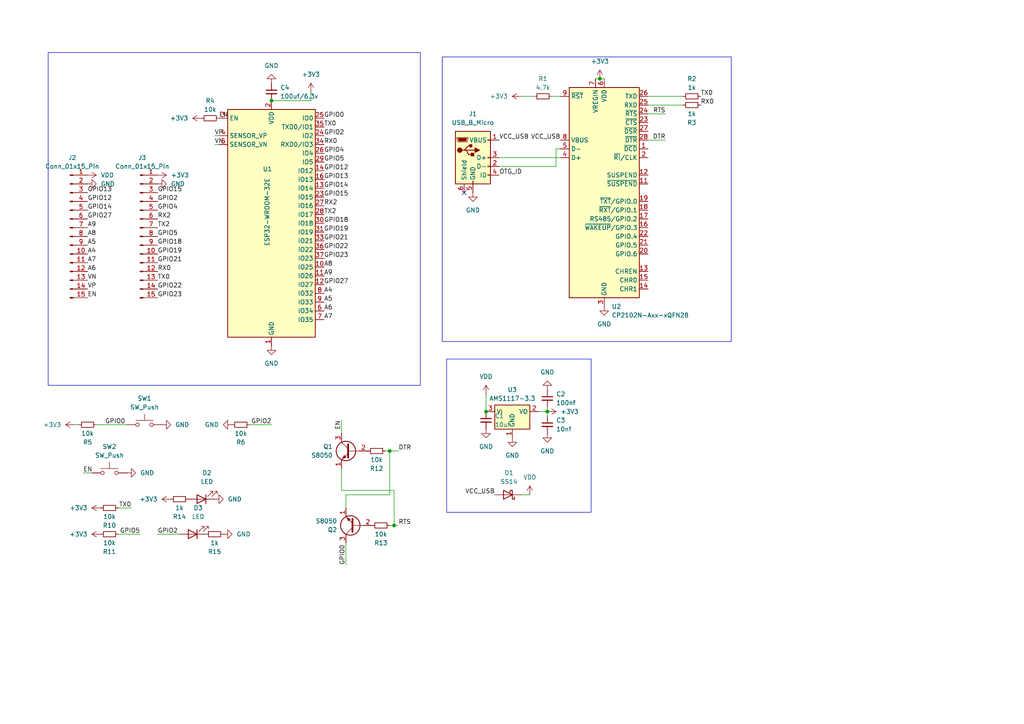
<source format=kicad_sch>
(kicad_sch
	(version 20250114)
	(generator "eeschema")
	(generator_version "9.0")
	(uuid "a47f77f0-be41-4adf-a451-d0cf8ab5723d")
	(paper "A4")
	(lib_symbols
		(symbol "Connector:Conn_01x15_Pin"
			(pin_names
				(offset 1.016)
				(hide yes)
			)
			(exclude_from_sim no)
			(in_bom yes)
			(on_board yes)
			(property "Reference" "J"
				(at 0 20.32 0)
				(effects
					(font
						(size 1.27 1.27)
					)
				)
			)
			(property "Value" "Conn_01x15_Pin"
				(at 0 -20.32 0)
				(effects
					(font
						(size 1.27 1.27)
					)
				)
			)
			(property "Footprint" ""
				(at 0 0 0)
				(effects
					(font
						(size 1.27 1.27)
					)
					(hide yes)
				)
			)
			(property "Datasheet" "~"
				(at 0 0 0)
				(effects
					(font
						(size 1.27 1.27)
					)
					(hide yes)
				)
			)
			(property "Description" "Generic connector, single row, 01x15, script generated"
				(at 0 0 0)
				(effects
					(font
						(size 1.27 1.27)
					)
					(hide yes)
				)
			)
			(property "ki_locked" ""
				(at 0 0 0)
				(effects
					(font
						(size 1.27 1.27)
					)
				)
			)
			(property "ki_keywords" "connector"
				(at 0 0 0)
				(effects
					(font
						(size 1.27 1.27)
					)
					(hide yes)
				)
			)
			(property "ki_fp_filters" "Connector*:*_1x??_*"
				(at 0 0 0)
				(effects
					(font
						(size 1.27 1.27)
					)
					(hide yes)
				)
			)
			(symbol "Conn_01x15_Pin_1_1"
				(rectangle
					(start 0.8636 17.907)
					(end 0 17.653)
					(stroke
						(width 0.1524)
						(type default)
					)
					(fill
						(type outline)
					)
				)
				(rectangle
					(start 0.8636 15.367)
					(end 0 15.113)
					(stroke
						(width 0.1524)
						(type default)
					)
					(fill
						(type outline)
					)
				)
				(rectangle
					(start 0.8636 12.827)
					(end 0 12.573)
					(stroke
						(width 0.1524)
						(type default)
					)
					(fill
						(type outline)
					)
				)
				(rectangle
					(start 0.8636 10.287)
					(end 0 10.033)
					(stroke
						(width 0.1524)
						(type default)
					)
					(fill
						(type outline)
					)
				)
				(rectangle
					(start 0.8636 7.747)
					(end 0 7.493)
					(stroke
						(width 0.1524)
						(type default)
					)
					(fill
						(type outline)
					)
				)
				(rectangle
					(start 0.8636 5.207)
					(end 0 4.953)
					(stroke
						(width 0.1524)
						(type default)
					)
					(fill
						(type outline)
					)
				)
				(rectangle
					(start 0.8636 2.667)
					(end 0 2.413)
					(stroke
						(width 0.1524)
						(type default)
					)
					(fill
						(type outline)
					)
				)
				(rectangle
					(start 0.8636 0.127)
					(end 0 -0.127)
					(stroke
						(width 0.1524)
						(type default)
					)
					(fill
						(type outline)
					)
				)
				(rectangle
					(start 0.8636 -2.413)
					(end 0 -2.667)
					(stroke
						(width 0.1524)
						(type default)
					)
					(fill
						(type outline)
					)
				)
				(rectangle
					(start 0.8636 -4.953)
					(end 0 -5.207)
					(stroke
						(width 0.1524)
						(type default)
					)
					(fill
						(type outline)
					)
				)
				(rectangle
					(start 0.8636 -7.493)
					(end 0 -7.747)
					(stroke
						(width 0.1524)
						(type default)
					)
					(fill
						(type outline)
					)
				)
				(rectangle
					(start 0.8636 -10.033)
					(end 0 -10.287)
					(stroke
						(width 0.1524)
						(type default)
					)
					(fill
						(type outline)
					)
				)
				(rectangle
					(start 0.8636 -12.573)
					(end 0 -12.827)
					(stroke
						(width 0.1524)
						(type default)
					)
					(fill
						(type outline)
					)
				)
				(rectangle
					(start 0.8636 -15.113)
					(end 0 -15.367)
					(stroke
						(width 0.1524)
						(type default)
					)
					(fill
						(type outline)
					)
				)
				(rectangle
					(start 0.8636 -17.653)
					(end 0 -17.907)
					(stroke
						(width 0.1524)
						(type default)
					)
					(fill
						(type outline)
					)
				)
				(polyline
					(pts
						(xy 1.27 17.78) (xy 0.8636 17.78)
					)
					(stroke
						(width 0.1524)
						(type default)
					)
					(fill
						(type none)
					)
				)
				(polyline
					(pts
						(xy 1.27 15.24) (xy 0.8636 15.24)
					)
					(stroke
						(width 0.1524)
						(type default)
					)
					(fill
						(type none)
					)
				)
				(polyline
					(pts
						(xy 1.27 12.7) (xy 0.8636 12.7)
					)
					(stroke
						(width 0.1524)
						(type default)
					)
					(fill
						(type none)
					)
				)
				(polyline
					(pts
						(xy 1.27 10.16) (xy 0.8636 10.16)
					)
					(stroke
						(width 0.1524)
						(type default)
					)
					(fill
						(type none)
					)
				)
				(polyline
					(pts
						(xy 1.27 7.62) (xy 0.8636 7.62)
					)
					(stroke
						(width 0.1524)
						(type default)
					)
					(fill
						(type none)
					)
				)
				(polyline
					(pts
						(xy 1.27 5.08) (xy 0.8636 5.08)
					)
					(stroke
						(width 0.1524)
						(type default)
					)
					(fill
						(type none)
					)
				)
				(polyline
					(pts
						(xy 1.27 2.54) (xy 0.8636 2.54)
					)
					(stroke
						(width 0.1524)
						(type default)
					)
					(fill
						(type none)
					)
				)
				(polyline
					(pts
						(xy 1.27 0) (xy 0.8636 0)
					)
					(stroke
						(width 0.1524)
						(type default)
					)
					(fill
						(type none)
					)
				)
				(polyline
					(pts
						(xy 1.27 -2.54) (xy 0.8636 -2.54)
					)
					(stroke
						(width 0.1524)
						(type default)
					)
					(fill
						(type none)
					)
				)
				(polyline
					(pts
						(xy 1.27 -5.08) (xy 0.8636 -5.08)
					)
					(stroke
						(width 0.1524)
						(type default)
					)
					(fill
						(type none)
					)
				)
				(polyline
					(pts
						(xy 1.27 -7.62) (xy 0.8636 -7.62)
					)
					(stroke
						(width 0.1524)
						(type default)
					)
					(fill
						(type none)
					)
				)
				(polyline
					(pts
						(xy 1.27 -10.16) (xy 0.8636 -10.16)
					)
					(stroke
						(width 0.1524)
						(type default)
					)
					(fill
						(type none)
					)
				)
				(polyline
					(pts
						(xy 1.27 -12.7) (xy 0.8636 -12.7)
					)
					(stroke
						(width 0.1524)
						(type default)
					)
					(fill
						(type none)
					)
				)
				(polyline
					(pts
						(xy 1.27 -15.24) (xy 0.8636 -15.24)
					)
					(stroke
						(width 0.1524)
						(type default)
					)
					(fill
						(type none)
					)
				)
				(polyline
					(pts
						(xy 1.27 -17.78) (xy 0.8636 -17.78)
					)
					(stroke
						(width 0.1524)
						(type default)
					)
					(fill
						(type none)
					)
				)
				(pin passive line
					(at 5.08 17.78 180)
					(length 3.81)
					(name "Pin_1"
						(effects
							(font
								(size 1.27 1.27)
							)
						)
					)
					(number "1"
						(effects
							(font
								(size 1.27 1.27)
							)
						)
					)
				)
				(pin passive line
					(at 5.08 15.24 180)
					(length 3.81)
					(name "Pin_2"
						(effects
							(font
								(size 1.27 1.27)
							)
						)
					)
					(number "2"
						(effects
							(font
								(size 1.27 1.27)
							)
						)
					)
				)
				(pin passive line
					(at 5.08 12.7 180)
					(length 3.81)
					(name "Pin_3"
						(effects
							(font
								(size 1.27 1.27)
							)
						)
					)
					(number "3"
						(effects
							(font
								(size 1.27 1.27)
							)
						)
					)
				)
				(pin passive line
					(at 5.08 10.16 180)
					(length 3.81)
					(name "Pin_4"
						(effects
							(font
								(size 1.27 1.27)
							)
						)
					)
					(number "4"
						(effects
							(font
								(size 1.27 1.27)
							)
						)
					)
				)
				(pin passive line
					(at 5.08 7.62 180)
					(length 3.81)
					(name "Pin_5"
						(effects
							(font
								(size 1.27 1.27)
							)
						)
					)
					(number "5"
						(effects
							(font
								(size 1.27 1.27)
							)
						)
					)
				)
				(pin passive line
					(at 5.08 5.08 180)
					(length 3.81)
					(name "Pin_6"
						(effects
							(font
								(size 1.27 1.27)
							)
						)
					)
					(number "6"
						(effects
							(font
								(size 1.27 1.27)
							)
						)
					)
				)
				(pin passive line
					(at 5.08 2.54 180)
					(length 3.81)
					(name "Pin_7"
						(effects
							(font
								(size 1.27 1.27)
							)
						)
					)
					(number "7"
						(effects
							(font
								(size 1.27 1.27)
							)
						)
					)
				)
				(pin passive line
					(at 5.08 0 180)
					(length 3.81)
					(name "Pin_8"
						(effects
							(font
								(size 1.27 1.27)
							)
						)
					)
					(number "8"
						(effects
							(font
								(size 1.27 1.27)
							)
						)
					)
				)
				(pin passive line
					(at 5.08 -2.54 180)
					(length 3.81)
					(name "Pin_9"
						(effects
							(font
								(size 1.27 1.27)
							)
						)
					)
					(number "9"
						(effects
							(font
								(size 1.27 1.27)
							)
						)
					)
				)
				(pin passive line
					(at 5.08 -5.08 180)
					(length 3.81)
					(name "Pin_10"
						(effects
							(font
								(size 1.27 1.27)
							)
						)
					)
					(number "10"
						(effects
							(font
								(size 1.27 1.27)
							)
						)
					)
				)
				(pin passive line
					(at 5.08 -7.62 180)
					(length 3.81)
					(name "Pin_11"
						(effects
							(font
								(size 1.27 1.27)
							)
						)
					)
					(number "11"
						(effects
							(font
								(size 1.27 1.27)
							)
						)
					)
				)
				(pin passive line
					(at 5.08 -10.16 180)
					(length 3.81)
					(name "Pin_12"
						(effects
							(font
								(size 1.27 1.27)
							)
						)
					)
					(number "12"
						(effects
							(font
								(size 1.27 1.27)
							)
						)
					)
				)
				(pin passive line
					(at 5.08 -12.7 180)
					(length 3.81)
					(name "Pin_13"
						(effects
							(font
								(size 1.27 1.27)
							)
						)
					)
					(number "13"
						(effects
							(font
								(size 1.27 1.27)
							)
						)
					)
				)
				(pin passive line
					(at 5.08 -15.24 180)
					(length 3.81)
					(name "Pin_14"
						(effects
							(font
								(size 1.27 1.27)
							)
						)
					)
					(number "14"
						(effects
							(font
								(size 1.27 1.27)
							)
						)
					)
				)
				(pin passive line
					(at 5.08 -17.78 180)
					(length 3.81)
					(name "Pin_15"
						(effects
							(font
								(size 1.27 1.27)
							)
						)
					)
					(number "15"
						(effects
							(font
								(size 1.27 1.27)
							)
						)
					)
				)
			)
			(embedded_fonts no)
		)
		(symbol "Connector:USB_B_Micro"
			(pin_names
				(offset 1.016)
			)
			(exclude_from_sim no)
			(in_bom yes)
			(on_board yes)
			(property "Reference" "J"
				(at -5.08 11.43 0)
				(effects
					(font
						(size 1.27 1.27)
					)
					(justify left)
				)
			)
			(property "Value" "USB_B_Micro"
				(at -5.08 8.89 0)
				(effects
					(font
						(size 1.27 1.27)
					)
					(justify left)
				)
			)
			(property "Footprint" ""
				(at 3.81 -1.27 0)
				(effects
					(font
						(size 1.27 1.27)
					)
					(hide yes)
				)
			)
			(property "Datasheet" "~"
				(at 3.81 -1.27 0)
				(effects
					(font
						(size 1.27 1.27)
					)
					(hide yes)
				)
			)
			(property "Description" "USB Micro Type B connector"
				(at 0 0 0)
				(effects
					(font
						(size 1.27 1.27)
					)
					(hide yes)
				)
			)
			(property "ki_keywords" "connector USB micro"
				(at 0 0 0)
				(effects
					(font
						(size 1.27 1.27)
					)
					(hide yes)
				)
			)
			(property "ki_fp_filters" "USB*"
				(at 0 0 0)
				(effects
					(font
						(size 1.27 1.27)
					)
					(hide yes)
				)
			)
			(symbol "USB_B_Micro_0_1"
				(rectangle
					(start -5.08 -7.62)
					(end 5.08 7.62)
					(stroke
						(width 0.254)
						(type default)
					)
					(fill
						(type background)
					)
				)
				(polyline
					(pts
						(xy -4.699 5.842) (xy -4.699 5.588) (xy -4.445 4.826) (xy -4.445 4.572) (xy -1.651 4.572) (xy -1.651 4.826)
						(xy -1.397 5.588) (xy -1.397 5.842) (xy -4.699 5.842)
					)
					(stroke
						(width 0)
						(type default)
					)
					(fill
						(type none)
					)
				)
				(polyline
					(pts
						(xy -4.318 5.588) (xy -1.778 5.588) (xy -2.032 4.826) (xy -4.064 4.826) (xy -4.318 5.588)
					)
					(stroke
						(width 0)
						(type default)
					)
					(fill
						(type outline)
					)
				)
				(circle
					(center -3.81 2.159)
					(radius 0.635)
					(stroke
						(width 0.254)
						(type default)
					)
					(fill
						(type outline)
					)
				)
				(polyline
					(pts
						(xy -3.175 2.159) (xy -2.54 2.159) (xy -1.27 3.429) (xy -0.635 3.429)
					)
					(stroke
						(width 0.254)
						(type default)
					)
					(fill
						(type none)
					)
				)
				(polyline
					(pts
						(xy -2.54 2.159) (xy -1.905 2.159) (xy -1.27 0.889) (xy 0 0.889)
					)
					(stroke
						(width 0.254)
						(type default)
					)
					(fill
						(type none)
					)
				)
				(polyline
					(pts
						(xy -1.905 2.159) (xy 0.635 2.159)
					)
					(stroke
						(width 0.254)
						(type default)
					)
					(fill
						(type none)
					)
				)
				(circle
					(center -0.635 3.429)
					(radius 0.381)
					(stroke
						(width 0.254)
						(type default)
					)
					(fill
						(type outline)
					)
				)
				(rectangle
					(start -0.127 -7.62)
					(end 0.127 -6.858)
					(stroke
						(width 0)
						(type default)
					)
					(fill
						(type none)
					)
				)
				(rectangle
					(start 0.254 1.27)
					(end -0.508 0.508)
					(stroke
						(width 0.254)
						(type default)
					)
					(fill
						(type outline)
					)
				)
				(polyline
					(pts
						(xy 0.635 2.794) (xy 0.635 1.524) (xy 1.905 2.159) (xy 0.635 2.794)
					)
					(stroke
						(width 0.254)
						(type default)
					)
					(fill
						(type outline)
					)
				)
				(rectangle
					(start 5.08 4.953)
					(end 4.318 5.207)
					(stroke
						(width 0)
						(type default)
					)
					(fill
						(type none)
					)
				)
				(rectangle
					(start 5.08 -0.127)
					(end 4.318 0.127)
					(stroke
						(width 0)
						(type default)
					)
					(fill
						(type none)
					)
				)
				(rectangle
					(start 5.08 -2.667)
					(end 4.318 -2.413)
					(stroke
						(width 0)
						(type default)
					)
					(fill
						(type none)
					)
				)
				(rectangle
					(start 5.08 -5.207)
					(end 4.318 -4.953)
					(stroke
						(width 0)
						(type default)
					)
					(fill
						(type none)
					)
				)
			)
			(symbol "USB_B_Micro_1_1"
				(pin passive line
					(at -2.54 -10.16 90)
					(length 2.54)
					(name "Shield"
						(effects
							(font
								(size 1.27 1.27)
							)
						)
					)
					(number "6"
						(effects
							(font
								(size 1.27 1.27)
							)
						)
					)
				)
				(pin power_out line
					(at 0 -10.16 90)
					(length 2.54)
					(name "GND"
						(effects
							(font
								(size 1.27 1.27)
							)
						)
					)
					(number "5"
						(effects
							(font
								(size 1.27 1.27)
							)
						)
					)
				)
				(pin power_out line
					(at 7.62 5.08 180)
					(length 2.54)
					(name "VBUS"
						(effects
							(font
								(size 1.27 1.27)
							)
						)
					)
					(number "1"
						(effects
							(font
								(size 1.27 1.27)
							)
						)
					)
				)
				(pin bidirectional line
					(at 7.62 0 180)
					(length 2.54)
					(name "D+"
						(effects
							(font
								(size 1.27 1.27)
							)
						)
					)
					(number "3"
						(effects
							(font
								(size 1.27 1.27)
							)
						)
					)
				)
				(pin bidirectional line
					(at 7.62 -2.54 180)
					(length 2.54)
					(name "D-"
						(effects
							(font
								(size 1.27 1.27)
							)
						)
					)
					(number "2"
						(effects
							(font
								(size 1.27 1.27)
							)
						)
					)
				)
				(pin passive line
					(at 7.62 -5.08 180)
					(length 2.54)
					(name "ID"
						(effects
							(font
								(size 1.27 1.27)
							)
						)
					)
					(number "4"
						(effects
							(font
								(size 1.27 1.27)
							)
						)
					)
				)
			)
			(embedded_fonts no)
		)
		(symbol "Device:C_Small"
			(pin_numbers
				(hide yes)
			)
			(pin_names
				(offset 0.254)
				(hide yes)
			)
			(exclude_from_sim no)
			(in_bom yes)
			(on_board yes)
			(property "Reference" "C"
				(at 0.254 1.778 0)
				(effects
					(font
						(size 1.27 1.27)
					)
					(justify left)
				)
			)
			(property "Value" "C_Small"
				(at 0.254 -2.032 0)
				(effects
					(font
						(size 1.27 1.27)
					)
					(justify left)
				)
			)
			(property "Footprint" ""
				(at 0 0 0)
				(effects
					(font
						(size 1.27 1.27)
					)
					(hide yes)
				)
			)
			(property "Datasheet" "~"
				(at 0 0 0)
				(effects
					(font
						(size 1.27 1.27)
					)
					(hide yes)
				)
			)
			(property "Description" "Unpolarized capacitor, small symbol"
				(at 0 0 0)
				(effects
					(font
						(size 1.27 1.27)
					)
					(hide yes)
				)
			)
			(property "ki_keywords" "capacitor cap"
				(at 0 0 0)
				(effects
					(font
						(size 1.27 1.27)
					)
					(hide yes)
				)
			)
			(property "ki_fp_filters" "C_*"
				(at 0 0 0)
				(effects
					(font
						(size 1.27 1.27)
					)
					(hide yes)
				)
			)
			(symbol "C_Small_0_1"
				(polyline
					(pts
						(xy -1.524 0.508) (xy 1.524 0.508)
					)
					(stroke
						(width 0.3048)
						(type default)
					)
					(fill
						(type none)
					)
				)
				(polyline
					(pts
						(xy -1.524 -0.508) (xy 1.524 -0.508)
					)
					(stroke
						(width 0.3302)
						(type default)
					)
					(fill
						(type none)
					)
				)
			)
			(symbol "C_Small_1_1"
				(pin passive line
					(at 0 2.54 270)
					(length 2.032)
					(name "~"
						(effects
							(font
								(size 1.27 1.27)
							)
						)
					)
					(number "1"
						(effects
							(font
								(size 1.27 1.27)
							)
						)
					)
				)
				(pin passive line
					(at 0 -2.54 90)
					(length 2.032)
					(name "~"
						(effects
							(font
								(size 1.27 1.27)
							)
						)
					)
					(number "2"
						(effects
							(font
								(size 1.27 1.27)
							)
						)
					)
				)
			)
			(embedded_fonts no)
		)
		(symbol "Device:LED"
			(pin_numbers
				(hide yes)
			)
			(pin_names
				(offset 1.016)
				(hide yes)
			)
			(exclude_from_sim no)
			(in_bom yes)
			(on_board yes)
			(property "Reference" "D"
				(at 0 2.54 0)
				(effects
					(font
						(size 1.27 1.27)
					)
				)
			)
			(property "Value" "LED"
				(at 0 -2.54 0)
				(effects
					(font
						(size 1.27 1.27)
					)
				)
			)
			(property "Footprint" ""
				(at 0 0 0)
				(effects
					(font
						(size 1.27 1.27)
					)
					(hide yes)
				)
			)
			(property "Datasheet" "~"
				(at 0 0 0)
				(effects
					(font
						(size 1.27 1.27)
					)
					(hide yes)
				)
			)
			(property "Description" "Light emitting diode"
				(at 0 0 0)
				(effects
					(font
						(size 1.27 1.27)
					)
					(hide yes)
				)
			)
			(property "Sim.Pins" "1=K 2=A"
				(at 0 0 0)
				(effects
					(font
						(size 1.27 1.27)
					)
					(hide yes)
				)
			)
			(property "ki_keywords" "LED diode"
				(at 0 0 0)
				(effects
					(font
						(size 1.27 1.27)
					)
					(hide yes)
				)
			)
			(property "ki_fp_filters" "LED* LED_SMD:* LED_THT:*"
				(at 0 0 0)
				(effects
					(font
						(size 1.27 1.27)
					)
					(hide yes)
				)
			)
			(symbol "LED_0_1"
				(polyline
					(pts
						(xy -3.048 -0.762) (xy -4.572 -2.286) (xy -3.81 -2.286) (xy -4.572 -2.286) (xy -4.572 -1.524)
					)
					(stroke
						(width 0)
						(type default)
					)
					(fill
						(type none)
					)
				)
				(polyline
					(pts
						(xy -1.778 -0.762) (xy -3.302 -2.286) (xy -2.54 -2.286) (xy -3.302 -2.286) (xy -3.302 -1.524)
					)
					(stroke
						(width 0)
						(type default)
					)
					(fill
						(type none)
					)
				)
				(polyline
					(pts
						(xy -1.27 0) (xy 1.27 0)
					)
					(stroke
						(width 0)
						(type default)
					)
					(fill
						(type none)
					)
				)
				(polyline
					(pts
						(xy -1.27 -1.27) (xy -1.27 1.27)
					)
					(stroke
						(width 0.254)
						(type default)
					)
					(fill
						(type none)
					)
				)
				(polyline
					(pts
						(xy 1.27 -1.27) (xy 1.27 1.27) (xy -1.27 0) (xy 1.27 -1.27)
					)
					(stroke
						(width 0.254)
						(type default)
					)
					(fill
						(type none)
					)
				)
			)
			(symbol "LED_1_1"
				(pin passive line
					(at -3.81 0 0)
					(length 2.54)
					(name "K"
						(effects
							(font
								(size 1.27 1.27)
							)
						)
					)
					(number "1"
						(effects
							(font
								(size 1.27 1.27)
							)
						)
					)
				)
				(pin passive line
					(at 3.81 0 180)
					(length 2.54)
					(name "A"
						(effects
							(font
								(size 1.27 1.27)
							)
						)
					)
					(number "2"
						(effects
							(font
								(size 1.27 1.27)
							)
						)
					)
				)
			)
			(embedded_fonts no)
		)
		(symbol "Device:R_Small"
			(pin_numbers
				(hide yes)
			)
			(pin_names
				(offset 0.254)
				(hide yes)
			)
			(exclude_from_sim no)
			(in_bom yes)
			(on_board yes)
			(property "Reference" "R"
				(at 0.762 0.508 0)
				(effects
					(font
						(size 1.27 1.27)
					)
					(justify left)
				)
			)
			(property "Value" "R_Small"
				(at 0.762 -1.016 0)
				(effects
					(font
						(size 1.27 1.27)
					)
					(justify left)
				)
			)
			(property "Footprint" ""
				(at 0 0 0)
				(effects
					(font
						(size 1.27 1.27)
					)
					(hide yes)
				)
			)
			(property "Datasheet" "~"
				(at 0 0 0)
				(effects
					(font
						(size 1.27 1.27)
					)
					(hide yes)
				)
			)
			(property "Description" "Resistor, small symbol"
				(at 0 0 0)
				(effects
					(font
						(size 1.27 1.27)
					)
					(hide yes)
				)
			)
			(property "ki_keywords" "R resistor"
				(at 0 0 0)
				(effects
					(font
						(size 1.27 1.27)
					)
					(hide yes)
				)
			)
			(property "ki_fp_filters" "R_*"
				(at 0 0 0)
				(effects
					(font
						(size 1.27 1.27)
					)
					(hide yes)
				)
			)
			(symbol "R_Small_0_1"
				(rectangle
					(start -0.762 1.778)
					(end 0.762 -1.778)
					(stroke
						(width 0.2032)
						(type default)
					)
					(fill
						(type none)
					)
				)
			)
			(symbol "R_Small_1_1"
				(pin passive line
					(at 0 2.54 270)
					(length 0.762)
					(name "~"
						(effects
							(font
								(size 1.27 1.27)
							)
						)
					)
					(number "1"
						(effects
							(font
								(size 1.27 1.27)
							)
						)
					)
				)
				(pin passive line
					(at 0 -2.54 90)
					(length 0.762)
					(name "~"
						(effects
							(font
								(size 1.27 1.27)
							)
						)
					)
					(number "2"
						(effects
							(font
								(size 1.27 1.27)
							)
						)
					)
				)
			)
			(embedded_fonts no)
		)
		(symbol "Diode:SS14"
			(pin_numbers
				(hide yes)
			)
			(pin_names
				(offset 1.016)
				(hide yes)
			)
			(exclude_from_sim no)
			(in_bom yes)
			(on_board yes)
			(property "Reference" "D"
				(at 0 2.54 0)
				(effects
					(font
						(size 1.27 1.27)
					)
				)
			)
			(property "Value" "SS14"
				(at 0 -2.54 0)
				(effects
					(font
						(size 1.27 1.27)
					)
				)
			)
			(property "Footprint" "Diode_SMD:D_SMA"
				(at 0 -4.445 0)
				(effects
					(font
						(size 1.27 1.27)
					)
					(hide yes)
				)
			)
			(property "Datasheet" "https://www.vishay.com/docs/88746/ss12.pdf"
				(at 0 0 0)
				(effects
					(font
						(size 1.27 1.27)
					)
					(hide yes)
				)
			)
			(property "Description" "40V 1A Schottky Diode, SMA"
				(at 0 0 0)
				(effects
					(font
						(size 1.27 1.27)
					)
					(hide yes)
				)
			)
			(property "ki_keywords" "diode Schottky"
				(at 0 0 0)
				(effects
					(font
						(size 1.27 1.27)
					)
					(hide yes)
				)
			)
			(property "ki_fp_filters" "D*SMA*"
				(at 0 0 0)
				(effects
					(font
						(size 1.27 1.27)
					)
					(hide yes)
				)
			)
			(symbol "SS14_0_1"
				(polyline
					(pts
						(xy -1.905 0.635) (xy -1.905 1.27) (xy -1.27 1.27) (xy -1.27 -1.27) (xy -0.635 -1.27) (xy -0.635 -0.635)
					)
					(stroke
						(width 0.254)
						(type default)
					)
					(fill
						(type none)
					)
				)
				(polyline
					(pts
						(xy 1.27 1.27) (xy 1.27 -1.27) (xy -1.27 0) (xy 1.27 1.27)
					)
					(stroke
						(width 0.254)
						(type default)
					)
					(fill
						(type none)
					)
				)
				(polyline
					(pts
						(xy 1.27 0) (xy -1.27 0)
					)
					(stroke
						(width 0)
						(type default)
					)
					(fill
						(type none)
					)
				)
			)
			(symbol "SS14_1_1"
				(pin passive line
					(at -3.81 0 0)
					(length 2.54)
					(name "K"
						(effects
							(font
								(size 1.27 1.27)
							)
						)
					)
					(number "1"
						(effects
							(font
								(size 1.27 1.27)
							)
						)
					)
				)
				(pin passive line
					(at 3.81 0 180)
					(length 2.54)
					(name "A"
						(effects
							(font
								(size 1.27 1.27)
							)
						)
					)
					(number "2"
						(effects
							(font
								(size 1.27 1.27)
							)
						)
					)
				)
			)
			(embedded_fonts no)
		)
		(symbol "Interface_USB:CP2102N-Axx-xQFN28"
			(exclude_from_sim no)
			(in_bom yes)
			(on_board yes)
			(property "Reference" "U"
				(at -8.89 31.75 0)
				(effects
					(font
						(size 1.27 1.27)
					)
				)
			)
			(property "Value" "CP2102N-Axx-xQFN28"
				(at 12.7 31.75 0)
				(effects
					(font
						(size 1.27 1.27)
					)
				)
			)
			(property "Footprint" "Package_DFN_QFN:QFN-28-1EP_5x5mm_P0.5mm_EP3.35x3.35mm"
				(at 33.02 -31.75 0)
				(effects
					(font
						(size 1.27 1.27)
					)
					(hide yes)
				)
			)
			(property "Datasheet" "https://www.silabs.com/documents/public/data-sheets/cp2102n-datasheet.pdf"
				(at 1.27 -19.05 0)
				(effects
					(font
						(size 1.27 1.27)
					)
					(hide yes)
				)
			)
			(property "Description" "USB to UART master bridge, QFN-28"
				(at 0 0 0)
				(effects
					(font
						(size 1.27 1.27)
					)
					(hide yes)
				)
			)
			(property "ki_keywords" "USB UART bridge"
				(at 0 0 0)
				(effects
					(font
						(size 1.27 1.27)
					)
					(hide yes)
				)
			)
			(property "ki_fp_filters" "QFN*1EP*5x5mm*P0.5mm*"
				(at 0 0 0)
				(effects
					(font
						(size 1.27 1.27)
					)
					(hide yes)
				)
			)
			(symbol "CP2102N-Axx-xQFN28_0_1"
				(rectangle
					(start -10.16 30.48)
					(end 10.16 -30.48)
					(stroke
						(width 0.254)
						(type default)
					)
					(fill
						(type background)
					)
				)
			)
			(symbol "CP2102N-Axx-xQFN28_1_1"
				(pin input line
					(at -12.7 27.94 0)
					(length 2.54)
					(name "~{RST}"
						(effects
							(font
								(size 1.27 1.27)
							)
						)
					)
					(number "9"
						(effects
							(font
								(size 1.27 1.27)
							)
						)
					)
				)
				(pin input line
					(at -12.7 15.24 0)
					(length 2.54)
					(name "VBUS"
						(effects
							(font
								(size 1.27 1.27)
							)
						)
					)
					(number "8"
						(effects
							(font
								(size 1.27 1.27)
							)
						)
					)
				)
				(pin bidirectional line
					(at -12.7 12.7 0)
					(length 2.54)
					(name "D-"
						(effects
							(font
								(size 1.27 1.27)
							)
						)
					)
					(number "5"
						(effects
							(font
								(size 1.27 1.27)
							)
						)
					)
				)
				(pin bidirectional line
					(at -12.7 10.16 0)
					(length 2.54)
					(name "D+"
						(effects
							(font
								(size 1.27 1.27)
							)
						)
					)
					(number "4"
						(effects
							(font
								(size 1.27 1.27)
							)
						)
					)
				)
				(pin no_connect line
					(at -10.16 -27.94 0)
					(length 2.54)
					(hide yes)
					(name "NC"
						(effects
							(font
								(size 1.27 1.27)
							)
						)
					)
					(number "10"
						(effects
							(font
								(size 1.27 1.27)
							)
						)
					)
				)
				(pin power_in line
					(at -2.54 33.02 270)
					(length 2.54)
					(name "VREGIN"
						(effects
							(font
								(size 1.27 1.27)
							)
						)
					)
					(number "7"
						(effects
							(font
								(size 1.27 1.27)
							)
						)
					)
				)
				(pin power_in line
					(at 0 33.02 270)
					(length 2.54)
					(name "VDD"
						(effects
							(font
								(size 1.27 1.27)
							)
						)
					)
					(number "6"
						(effects
							(font
								(size 1.27 1.27)
							)
						)
					)
				)
				(pin passive line
					(at 0 -33.02 90)
					(length 2.54)
					(hide yes)
					(name "GND"
						(effects
							(font
								(size 1.27 1.27)
							)
						)
					)
					(number "29"
						(effects
							(font
								(size 1.27 1.27)
							)
						)
					)
				)
				(pin power_in line
					(at 0 -33.02 90)
					(length 2.54)
					(name "GND"
						(effects
							(font
								(size 1.27 1.27)
							)
						)
					)
					(number "3"
						(effects
							(font
								(size 1.27 1.27)
							)
						)
					)
				)
				(pin output line
					(at 12.7 27.94 180)
					(length 2.54)
					(name "TXD"
						(effects
							(font
								(size 1.27 1.27)
							)
						)
					)
					(number "26"
						(effects
							(font
								(size 1.27 1.27)
							)
						)
					)
				)
				(pin input line
					(at 12.7 25.4 180)
					(length 2.54)
					(name "RXD"
						(effects
							(font
								(size 1.27 1.27)
							)
						)
					)
					(number "25"
						(effects
							(font
								(size 1.27 1.27)
							)
						)
					)
				)
				(pin output line
					(at 12.7 22.86 180)
					(length 2.54)
					(name "~{RTS}"
						(effects
							(font
								(size 1.27 1.27)
							)
						)
					)
					(number "24"
						(effects
							(font
								(size 1.27 1.27)
							)
						)
					)
				)
				(pin input line
					(at 12.7 20.32 180)
					(length 2.54)
					(name "~{CTS}"
						(effects
							(font
								(size 1.27 1.27)
							)
						)
					)
					(number "23"
						(effects
							(font
								(size 1.27 1.27)
							)
						)
					)
				)
				(pin input line
					(at 12.7 17.78 180)
					(length 2.54)
					(name "~{DSR}"
						(effects
							(font
								(size 1.27 1.27)
							)
						)
					)
					(number "27"
						(effects
							(font
								(size 1.27 1.27)
							)
						)
					)
				)
				(pin output line
					(at 12.7 15.24 180)
					(length 2.54)
					(name "~{DTR}"
						(effects
							(font
								(size 1.27 1.27)
							)
						)
					)
					(number "28"
						(effects
							(font
								(size 1.27 1.27)
							)
						)
					)
				)
				(pin input line
					(at 12.7 12.7 180)
					(length 2.54)
					(name "~{DCD}"
						(effects
							(font
								(size 1.27 1.27)
							)
						)
					)
					(number "1"
						(effects
							(font
								(size 1.27 1.27)
							)
						)
					)
				)
				(pin bidirectional line
					(at 12.7 10.16 180)
					(length 2.54)
					(name "~{RI}/CLK"
						(effects
							(font
								(size 1.27 1.27)
							)
						)
					)
					(number "2"
						(effects
							(font
								(size 1.27 1.27)
							)
						)
					)
				)
				(pin output line
					(at 12.7 5.08 180)
					(length 2.54)
					(name "SUSPEND"
						(effects
							(font
								(size 1.27 1.27)
							)
						)
					)
					(number "12"
						(effects
							(font
								(size 1.27 1.27)
							)
						)
					)
				)
				(pin output line
					(at 12.7 2.54 180)
					(length 2.54)
					(name "~{SUSPEND}"
						(effects
							(font
								(size 1.27 1.27)
							)
						)
					)
					(number "11"
						(effects
							(font
								(size 1.27 1.27)
							)
						)
					)
				)
				(pin bidirectional line
					(at 12.7 -2.54 180)
					(length 2.54)
					(name "~{TXT}/GPIO.0"
						(effects
							(font
								(size 1.27 1.27)
							)
						)
					)
					(number "19"
						(effects
							(font
								(size 1.27 1.27)
							)
						)
					)
				)
				(pin bidirectional line
					(at 12.7 -5.08 180)
					(length 2.54)
					(name "~{RXT}/GPIO.1"
						(effects
							(font
								(size 1.27 1.27)
							)
						)
					)
					(number "18"
						(effects
							(font
								(size 1.27 1.27)
							)
						)
					)
				)
				(pin bidirectional line
					(at 12.7 -7.62 180)
					(length 2.54)
					(name "RS485/GPIO.2"
						(effects
							(font
								(size 1.27 1.27)
							)
						)
					)
					(number "17"
						(effects
							(font
								(size 1.27 1.27)
							)
						)
					)
				)
				(pin bidirectional line
					(at 12.7 -10.16 180)
					(length 2.54)
					(name "~{WAKEUP}/GPIO.3"
						(effects
							(font
								(size 1.27 1.27)
							)
						)
					)
					(number "16"
						(effects
							(font
								(size 1.27 1.27)
							)
						)
					)
				)
				(pin bidirectional line
					(at 12.7 -12.7 180)
					(length 2.54)
					(name "GPIO.4"
						(effects
							(font
								(size 1.27 1.27)
							)
						)
					)
					(number "22"
						(effects
							(font
								(size 1.27 1.27)
							)
						)
					)
				)
				(pin bidirectional line
					(at 12.7 -15.24 180)
					(length 2.54)
					(name "GPIO.5"
						(effects
							(font
								(size 1.27 1.27)
							)
						)
					)
					(number "21"
						(effects
							(font
								(size 1.27 1.27)
							)
						)
					)
				)
				(pin bidirectional line
					(at 12.7 -17.78 180)
					(length 2.54)
					(name "GPIO.6"
						(effects
							(font
								(size 1.27 1.27)
							)
						)
					)
					(number "20"
						(effects
							(font
								(size 1.27 1.27)
							)
						)
					)
				)
				(pin output line
					(at 12.7 -22.86 180)
					(length 2.54)
					(name "CHREN"
						(effects
							(font
								(size 1.27 1.27)
							)
						)
					)
					(number "13"
						(effects
							(font
								(size 1.27 1.27)
							)
						)
					)
				)
				(pin output line
					(at 12.7 -25.4 180)
					(length 2.54)
					(name "CHR0"
						(effects
							(font
								(size 1.27 1.27)
							)
						)
					)
					(number "15"
						(effects
							(font
								(size 1.27 1.27)
							)
						)
					)
				)
				(pin output line
					(at 12.7 -27.94 180)
					(length 2.54)
					(name "CHR1"
						(effects
							(font
								(size 1.27 1.27)
							)
						)
					)
					(number "14"
						(effects
							(font
								(size 1.27 1.27)
							)
						)
					)
				)
			)
			(embedded_fonts no)
		)
		(symbol "RF_Module:ESP32-WROOM-32E"
			(exclude_from_sim no)
			(in_bom yes)
			(on_board yes)
			(property "Reference" "U"
				(at -12.7 34.29 0)
				(effects
					(font
						(size 1.27 1.27)
					)
					(justify left)
				)
			)
			(property "Value" "ESP32-WROOM-32E"
				(at 1.27 34.29 0)
				(effects
					(font
						(size 1.27 1.27)
					)
					(justify left)
				)
			)
			(property "Footprint" "RF_Module:ESP32-WROOM-32D"
				(at 16.51 -34.29 0)
				(effects
					(font
						(size 1.27 1.27)
					)
					(hide yes)
				)
			)
			(property "Datasheet" "https://www.espressif.com/sites/default/files/documentation/esp32-wroom-32e_esp32-wroom-32ue_datasheet_en.pdf"
				(at 0 0 0)
				(effects
					(font
						(size 1.27 1.27)
					)
					(hide yes)
				)
			)
			(property "Description" "RF Module, ESP32-D0WD-V3 SoC, without PSRAM, Wi-Fi 802.11b/g/n, Bluetooth, BLE, 32-bit, 2.7-3.6V, onboard antenna, SMD"
				(at 0 0 0)
				(effects
					(font
						(size 1.27 1.27)
					)
					(hide yes)
				)
			)
			(property "ki_keywords" "RF Radio BT ESP ESP32 Espressif onboard PCB antenna"
				(at 0 0 0)
				(effects
					(font
						(size 1.27 1.27)
					)
					(hide yes)
				)
			)
			(property "ki_fp_filters" "ESP32?WROOM?32D*"
				(at 0 0 0)
				(effects
					(font
						(size 1.27 1.27)
					)
					(hide yes)
				)
			)
			(symbol "ESP32-WROOM-32E_0_1"
				(rectangle
					(start -12.7 33.02)
					(end 12.7 -33.02)
					(stroke
						(width 0.254)
						(type default)
					)
					(fill
						(type background)
					)
				)
			)
			(symbol "ESP32-WROOM-32E_1_1"
				(pin input line
					(at -15.24 30.48 0)
					(length 2.54)
					(name "EN"
						(effects
							(font
								(size 1.27 1.27)
							)
						)
					)
					(number "3"
						(effects
							(font
								(size 1.27 1.27)
							)
						)
					)
				)
				(pin input line
					(at -15.24 25.4 0)
					(length 2.54)
					(name "SENSOR_VP"
						(effects
							(font
								(size 1.27 1.27)
							)
						)
					)
					(number "4"
						(effects
							(font
								(size 1.27 1.27)
							)
						)
					)
				)
				(pin input line
					(at -15.24 22.86 0)
					(length 2.54)
					(name "SENSOR_VN"
						(effects
							(font
								(size 1.27 1.27)
							)
						)
					)
					(number "5"
						(effects
							(font
								(size 1.27 1.27)
							)
						)
					)
				)
				(pin no_connect line
					(at -12.7 0 0)
					(length 2.54)
					(hide yes)
					(name "NC"
						(effects
							(font
								(size 1.27 1.27)
							)
						)
					)
					(number "21"
						(effects
							(font
								(size 1.27 1.27)
							)
						)
					)
				)
				(pin no_connect line
					(at -12.7 -2.54 0)
					(length 2.54)
					(hide yes)
					(name "NC"
						(effects
							(font
								(size 1.27 1.27)
							)
						)
					)
					(number "22"
						(effects
							(font
								(size 1.27 1.27)
							)
						)
					)
				)
				(pin no_connect line
					(at -12.7 -5.08 0)
					(length 2.54)
					(hide yes)
					(name "NC"
						(effects
							(font
								(size 1.27 1.27)
							)
						)
					)
					(number "17"
						(effects
							(font
								(size 1.27 1.27)
							)
						)
					)
				)
				(pin no_connect line
					(at -12.7 -7.62 0)
					(length 2.54)
					(hide yes)
					(name "NC"
						(effects
							(font
								(size 1.27 1.27)
							)
						)
					)
					(number "18"
						(effects
							(font
								(size 1.27 1.27)
							)
						)
					)
				)
				(pin no_connect line
					(at -12.7 -10.16 0)
					(length 2.54)
					(hide yes)
					(name "NC"
						(effects
							(font
								(size 1.27 1.27)
							)
						)
					)
					(number "20"
						(effects
							(font
								(size 1.27 1.27)
							)
						)
					)
				)
				(pin no_connect line
					(at -12.7 -12.7 0)
					(length 2.54)
					(hide yes)
					(name "NC"
						(effects
							(font
								(size 1.27 1.27)
							)
						)
					)
					(number "19"
						(effects
							(font
								(size 1.27 1.27)
							)
						)
					)
				)
				(pin no_connect line
					(at -12.7 -27.94 0)
					(length 2.54)
					(hide yes)
					(name "NC"
						(effects
							(font
								(size 1.27 1.27)
							)
						)
					)
					(number "32"
						(effects
							(font
								(size 1.27 1.27)
							)
						)
					)
				)
				(pin power_in line
					(at 0 35.56 270)
					(length 2.54)
					(name "VDD"
						(effects
							(font
								(size 1.27 1.27)
							)
						)
					)
					(number "2"
						(effects
							(font
								(size 1.27 1.27)
							)
						)
					)
				)
				(pin power_in line
					(at 0 -35.56 90)
					(length 2.54)
					(name "GND"
						(effects
							(font
								(size 1.27 1.27)
							)
						)
					)
					(number "1"
						(effects
							(font
								(size 1.27 1.27)
							)
						)
					)
				)
				(pin passive line
					(at 0 -35.56 90)
					(length 2.54)
					(hide yes)
					(name "GND"
						(effects
							(font
								(size 1.27 1.27)
							)
						)
					)
					(number "15"
						(effects
							(font
								(size 1.27 1.27)
							)
						)
					)
				)
				(pin passive line
					(at 0 -35.56 90)
					(length 2.54)
					(hide yes)
					(name "GND"
						(effects
							(font
								(size 1.27 1.27)
							)
						)
					)
					(number "38"
						(effects
							(font
								(size 1.27 1.27)
							)
						)
					)
				)
				(pin passive line
					(at 0 -35.56 90)
					(length 2.54)
					(hide yes)
					(name "GND"
						(effects
							(font
								(size 1.27 1.27)
							)
						)
					)
					(number "39"
						(effects
							(font
								(size 1.27 1.27)
							)
						)
					)
				)
				(pin bidirectional line
					(at 15.24 30.48 180)
					(length 2.54)
					(name "IO0"
						(effects
							(font
								(size 1.27 1.27)
							)
						)
					)
					(number "25"
						(effects
							(font
								(size 1.27 1.27)
							)
						)
					)
				)
				(pin bidirectional line
					(at 15.24 27.94 180)
					(length 2.54)
					(name "TXD0/IO1"
						(effects
							(font
								(size 1.27 1.27)
							)
						)
					)
					(number "35"
						(effects
							(font
								(size 1.27 1.27)
							)
						)
					)
				)
				(pin bidirectional line
					(at 15.24 25.4 180)
					(length 2.54)
					(name "IO2"
						(effects
							(font
								(size 1.27 1.27)
							)
						)
					)
					(number "24"
						(effects
							(font
								(size 1.27 1.27)
							)
						)
					)
				)
				(pin bidirectional line
					(at 15.24 22.86 180)
					(length 2.54)
					(name "RXD0/IO3"
						(effects
							(font
								(size 1.27 1.27)
							)
						)
					)
					(number "34"
						(effects
							(font
								(size 1.27 1.27)
							)
						)
					)
				)
				(pin bidirectional line
					(at 15.24 20.32 180)
					(length 2.54)
					(name "IO4"
						(effects
							(font
								(size 1.27 1.27)
							)
						)
					)
					(number "26"
						(effects
							(font
								(size 1.27 1.27)
							)
						)
					)
				)
				(pin bidirectional line
					(at 15.24 17.78 180)
					(length 2.54)
					(name "IO5"
						(effects
							(font
								(size 1.27 1.27)
							)
						)
					)
					(number "29"
						(effects
							(font
								(size 1.27 1.27)
							)
						)
					)
				)
				(pin bidirectional line
					(at 15.24 15.24 180)
					(length 2.54)
					(name "IO12"
						(effects
							(font
								(size 1.27 1.27)
							)
						)
					)
					(number "14"
						(effects
							(font
								(size 1.27 1.27)
							)
						)
					)
				)
				(pin bidirectional line
					(at 15.24 12.7 180)
					(length 2.54)
					(name "IO13"
						(effects
							(font
								(size 1.27 1.27)
							)
						)
					)
					(number "16"
						(effects
							(font
								(size 1.27 1.27)
							)
						)
					)
				)
				(pin bidirectional line
					(at 15.24 10.16 180)
					(length 2.54)
					(name "IO14"
						(effects
							(font
								(size 1.27 1.27)
							)
						)
					)
					(number "13"
						(effects
							(font
								(size 1.27 1.27)
							)
						)
					)
				)
				(pin bidirectional line
					(at 15.24 7.62 180)
					(length 2.54)
					(name "IO15"
						(effects
							(font
								(size 1.27 1.27)
							)
						)
					)
					(number "23"
						(effects
							(font
								(size 1.27 1.27)
							)
						)
					)
				)
				(pin bidirectional line
					(at 15.24 5.08 180)
					(length 2.54)
					(name "IO16"
						(effects
							(font
								(size 1.27 1.27)
							)
						)
					)
					(number "27"
						(effects
							(font
								(size 1.27 1.27)
							)
						)
					)
				)
				(pin bidirectional line
					(at 15.24 2.54 180)
					(length 2.54)
					(name "IO17"
						(effects
							(font
								(size 1.27 1.27)
							)
						)
					)
					(number "28"
						(effects
							(font
								(size 1.27 1.27)
							)
						)
					)
				)
				(pin bidirectional line
					(at 15.24 0 180)
					(length 2.54)
					(name "IO18"
						(effects
							(font
								(size 1.27 1.27)
							)
						)
					)
					(number "30"
						(effects
							(font
								(size 1.27 1.27)
							)
						)
					)
				)
				(pin bidirectional line
					(at 15.24 -2.54 180)
					(length 2.54)
					(name "IO19"
						(effects
							(font
								(size 1.27 1.27)
							)
						)
					)
					(number "31"
						(effects
							(font
								(size 1.27 1.27)
							)
						)
					)
				)
				(pin bidirectional line
					(at 15.24 -5.08 180)
					(length 2.54)
					(name "IO21"
						(effects
							(font
								(size 1.27 1.27)
							)
						)
					)
					(number "33"
						(effects
							(font
								(size 1.27 1.27)
							)
						)
					)
				)
				(pin bidirectional line
					(at 15.24 -7.62 180)
					(length 2.54)
					(name "IO22"
						(effects
							(font
								(size 1.27 1.27)
							)
						)
					)
					(number "36"
						(effects
							(font
								(size 1.27 1.27)
							)
						)
					)
				)
				(pin bidirectional line
					(at 15.24 -10.16 180)
					(length 2.54)
					(name "IO23"
						(effects
							(font
								(size 1.27 1.27)
							)
						)
					)
					(number "37"
						(effects
							(font
								(size 1.27 1.27)
							)
						)
					)
				)
				(pin bidirectional line
					(at 15.24 -12.7 180)
					(length 2.54)
					(name "IO25"
						(effects
							(font
								(size 1.27 1.27)
							)
						)
					)
					(number "10"
						(effects
							(font
								(size 1.27 1.27)
							)
						)
					)
				)
				(pin bidirectional line
					(at 15.24 -15.24 180)
					(length 2.54)
					(name "IO26"
						(effects
							(font
								(size 1.27 1.27)
							)
						)
					)
					(number "11"
						(effects
							(font
								(size 1.27 1.27)
							)
						)
					)
				)
				(pin bidirectional line
					(at 15.24 -17.78 180)
					(length 2.54)
					(name "IO27"
						(effects
							(font
								(size 1.27 1.27)
							)
						)
					)
					(number "12"
						(effects
							(font
								(size 1.27 1.27)
							)
						)
					)
				)
				(pin bidirectional line
					(at 15.24 -20.32 180)
					(length 2.54)
					(name "IO32"
						(effects
							(font
								(size 1.27 1.27)
							)
						)
					)
					(number "8"
						(effects
							(font
								(size 1.27 1.27)
							)
						)
					)
				)
				(pin bidirectional line
					(at 15.24 -22.86 180)
					(length 2.54)
					(name "IO33"
						(effects
							(font
								(size 1.27 1.27)
							)
						)
					)
					(number "9"
						(effects
							(font
								(size 1.27 1.27)
							)
						)
					)
				)
				(pin input line
					(at 15.24 -25.4 180)
					(length 2.54)
					(name "IO34"
						(effects
							(font
								(size 1.27 1.27)
							)
						)
					)
					(number "6"
						(effects
							(font
								(size 1.27 1.27)
							)
						)
					)
				)
				(pin input line
					(at 15.24 -27.94 180)
					(length 2.54)
					(name "IO35"
						(effects
							(font
								(size 1.27 1.27)
							)
						)
					)
					(number "7"
						(effects
							(font
								(size 1.27 1.27)
							)
						)
					)
				)
			)
			(embedded_fonts no)
		)
		(symbol "Regulator_Linear:AMS1117-3.3"
			(exclude_from_sim no)
			(in_bom yes)
			(on_board yes)
			(property "Reference" "U"
				(at -3.81 3.175 0)
				(effects
					(font
						(size 1.27 1.27)
					)
				)
			)
			(property "Value" "AMS1117-3.3"
				(at 0 3.175 0)
				(effects
					(font
						(size 1.27 1.27)
					)
					(justify left)
				)
			)
			(property "Footprint" "Package_TO_SOT_SMD:SOT-223-3_TabPin2"
				(at 0 5.08 0)
				(effects
					(font
						(size 1.27 1.27)
					)
					(hide yes)
				)
			)
			(property "Datasheet" "http://www.advanced-monolithic.com/pdf/ds1117.pdf"
				(at 2.54 -6.35 0)
				(effects
					(font
						(size 1.27 1.27)
					)
					(hide yes)
				)
			)
			(property "Description" "1A Low Dropout regulator, positive, 3.3V fixed output, SOT-223"
				(at 0 0 0)
				(effects
					(font
						(size 1.27 1.27)
					)
					(hide yes)
				)
			)
			(property "ki_keywords" "linear regulator ldo fixed positive"
				(at 0 0 0)
				(effects
					(font
						(size 1.27 1.27)
					)
					(hide yes)
				)
			)
			(property "ki_fp_filters" "SOT?223*TabPin2*"
				(at 0 0 0)
				(effects
					(font
						(size 1.27 1.27)
					)
					(hide yes)
				)
			)
			(symbol "AMS1117-3.3_0_1"
				(rectangle
					(start -5.08 -5.08)
					(end 5.08 1.905)
					(stroke
						(width 0.254)
						(type default)
					)
					(fill
						(type background)
					)
				)
			)
			(symbol "AMS1117-3.3_1_1"
				(pin power_in line
					(at -7.62 0 0)
					(length 2.54)
					(name "VI"
						(effects
							(font
								(size 1.27 1.27)
							)
						)
					)
					(number "3"
						(effects
							(font
								(size 1.27 1.27)
							)
						)
					)
				)
				(pin power_in line
					(at 0 -7.62 90)
					(length 2.54)
					(name "GND"
						(effects
							(font
								(size 1.27 1.27)
							)
						)
					)
					(number "1"
						(effects
							(font
								(size 1.27 1.27)
							)
						)
					)
				)
				(pin power_out line
					(at 7.62 0 180)
					(length 2.54)
					(name "VO"
						(effects
							(font
								(size 1.27 1.27)
							)
						)
					)
					(number "2"
						(effects
							(font
								(size 1.27 1.27)
							)
						)
					)
				)
			)
			(embedded_fonts no)
		)
		(symbol "Switch:SW_Push"
			(pin_numbers
				(hide yes)
			)
			(pin_names
				(offset 1.016)
				(hide yes)
			)
			(exclude_from_sim no)
			(in_bom yes)
			(on_board yes)
			(property "Reference" "SW"
				(at 1.27 2.54 0)
				(effects
					(font
						(size 1.27 1.27)
					)
					(justify left)
				)
			)
			(property "Value" "SW_Push"
				(at 0 -1.524 0)
				(effects
					(font
						(size 1.27 1.27)
					)
				)
			)
			(property "Footprint" ""
				(at 0 5.08 0)
				(effects
					(font
						(size 1.27 1.27)
					)
					(hide yes)
				)
			)
			(property "Datasheet" "~"
				(at 0 5.08 0)
				(effects
					(font
						(size 1.27 1.27)
					)
					(hide yes)
				)
			)
			(property "Description" "Push button switch, generic, two pins"
				(at 0 0 0)
				(effects
					(font
						(size 1.27 1.27)
					)
					(hide yes)
				)
			)
			(property "ki_keywords" "switch normally-open pushbutton push-button"
				(at 0 0 0)
				(effects
					(font
						(size 1.27 1.27)
					)
					(hide yes)
				)
			)
			(symbol "SW_Push_0_1"
				(circle
					(center -2.032 0)
					(radius 0.508)
					(stroke
						(width 0)
						(type default)
					)
					(fill
						(type none)
					)
				)
				(polyline
					(pts
						(xy 0 1.27) (xy 0 3.048)
					)
					(stroke
						(width 0)
						(type default)
					)
					(fill
						(type none)
					)
				)
				(circle
					(center 2.032 0)
					(radius 0.508)
					(stroke
						(width 0)
						(type default)
					)
					(fill
						(type none)
					)
				)
				(polyline
					(pts
						(xy 2.54 1.27) (xy -2.54 1.27)
					)
					(stroke
						(width 0)
						(type default)
					)
					(fill
						(type none)
					)
				)
				(pin passive line
					(at -5.08 0 0)
					(length 2.54)
					(name "1"
						(effects
							(font
								(size 1.27 1.27)
							)
						)
					)
					(number "1"
						(effects
							(font
								(size 1.27 1.27)
							)
						)
					)
				)
				(pin passive line
					(at 5.08 0 180)
					(length 2.54)
					(name "2"
						(effects
							(font
								(size 1.27 1.27)
							)
						)
					)
					(number "2"
						(effects
							(font
								(size 1.27 1.27)
							)
						)
					)
				)
			)
			(embedded_fonts no)
		)
		(symbol "Transistor_BJT:S8050"
			(pin_names
				(offset 0)
				(hide yes)
			)
			(exclude_from_sim no)
			(in_bom yes)
			(on_board yes)
			(property "Reference" "Q"
				(at 5.08 1.905 0)
				(effects
					(font
						(size 1.27 1.27)
					)
					(justify left)
				)
			)
			(property "Value" "S8050"
				(at 5.08 0 0)
				(effects
					(font
						(size 1.27 1.27)
					)
					(justify left)
				)
			)
			(property "Footprint" "Package_TO_SOT_THT:TO-92_Inline"
				(at 5.08 -1.905 0)
				(effects
					(font
						(size 1.27 1.27)
						(italic yes)
					)
					(justify left)
					(hide yes)
				)
			)
			(property "Datasheet" "http://www.unisonic.com.tw/datasheet/S8050.pdf"
				(at 0 0 0)
				(effects
					(font
						(size 1.27 1.27)
					)
					(justify left)
					(hide yes)
				)
			)
			(property "Description" "0.7A Ic, 20V Vce, Low Voltage High Current NPN Transistor, TO-92"
				(at 0 0 0)
				(effects
					(font
						(size 1.27 1.27)
					)
					(hide yes)
				)
			)
			(property "ki_keywords" "S8050 NPN Low Voltage High Current Transistor"
				(at 0 0 0)
				(effects
					(font
						(size 1.27 1.27)
					)
					(hide yes)
				)
			)
			(property "ki_fp_filters" "TO?92*"
				(at 0 0 0)
				(effects
					(font
						(size 1.27 1.27)
					)
					(hide yes)
				)
			)
			(symbol "S8050_0_1"
				(polyline
					(pts
						(xy -2.54 0) (xy 0.635 0)
					)
					(stroke
						(width 0)
						(type default)
					)
					(fill
						(type none)
					)
				)
				(polyline
					(pts
						(xy 0.635 1.905) (xy 0.635 -1.905)
					)
					(stroke
						(width 0.508)
						(type default)
					)
					(fill
						(type none)
					)
				)
				(circle
					(center 1.27 0)
					(radius 2.8194)
					(stroke
						(width 0.254)
						(type default)
					)
					(fill
						(type none)
					)
				)
			)
			(symbol "S8050_1_1"
				(polyline
					(pts
						(xy 0.635 0.635) (xy 2.54 2.54)
					)
					(stroke
						(width 0)
						(type default)
					)
					(fill
						(type none)
					)
				)
				(polyline
					(pts
						(xy 0.635 -0.635) (xy 2.54 -2.54)
					)
					(stroke
						(width 0)
						(type default)
					)
					(fill
						(type none)
					)
				)
				(polyline
					(pts
						(xy 1.27 -1.778) (xy 1.778 -1.27) (xy 2.286 -2.286) (xy 1.27 -1.778)
					)
					(stroke
						(width 0)
						(type default)
					)
					(fill
						(type outline)
					)
				)
				(pin input line
					(at -5.08 0 0)
					(length 2.54)
					(name "B"
						(effects
							(font
								(size 1.27 1.27)
							)
						)
					)
					(number "2"
						(effects
							(font
								(size 1.27 1.27)
							)
						)
					)
				)
				(pin passive line
					(at 2.54 5.08 270)
					(length 2.54)
					(name "C"
						(effects
							(font
								(size 1.27 1.27)
							)
						)
					)
					(number "3"
						(effects
							(font
								(size 1.27 1.27)
							)
						)
					)
				)
				(pin passive line
					(at 2.54 -5.08 90)
					(length 2.54)
					(name "E"
						(effects
							(font
								(size 1.27 1.27)
							)
						)
					)
					(number "1"
						(effects
							(font
								(size 1.27 1.27)
							)
						)
					)
				)
			)
			(embedded_fonts no)
		)
		(symbol "power:+3V3"
			(power)
			(pin_numbers
				(hide yes)
			)
			(pin_names
				(offset 0)
				(hide yes)
			)
			(exclude_from_sim no)
			(in_bom yes)
			(on_board yes)
			(property "Reference" "#PWR"
				(at 0 -3.81 0)
				(effects
					(font
						(size 1.27 1.27)
					)
					(hide yes)
				)
			)
			(property "Value" "+3V3"
				(at 0 3.556 0)
				(effects
					(font
						(size 1.27 1.27)
					)
				)
			)
			(property "Footprint" ""
				(at 0 0 0)
				(effects
					(font
						(size 1.27 1.27)
					)
					(hide yes)
				)
			)
			(property "Datasheet" ""
				(at 0 0 0)
				(effects
					(font
						(size 1.27 1.27)
					)
					(hide yes)
				)
			)
			(property "Description" "Power symbol creates a global label with name \"+3V3\""
				(at 0 0 0)
				(effects
					(font
						(size 1.27 1.27)
					)
					(hide yes)
				)
			)
			(property "ki_keywords" "global power"
				(at 0 0 0)
				(effects
					(font
						(size 1.27 1.27)
					)
					(hide yes)
				)
			)
			(symbol "+3V3_0_1"
				(polyline
					(pts
						(xy -0.762 1.27) (xy 0 2.54)
					)
					(stroke
						(width 0)
						(type default)
					)
					(fill
						(type none)
					)
				)
				(polyline
					(pts
						(xy 0 2.54) (xy 0.762 1.27)
					)
					(stroke
						(width 0)
						(type default)
					)
					(fill
						(type none)
					)
				)
				(polyline
					(pts
						(xy 0 0) (xy 0 2.54)
					)
					(stroke
						(width 0)
						(type default)
					)
					(fill
						(type none)
					)
				)
			)
			(symbol "+3V3_1_1"
				(pin power_in line
					(at 0 0 90)
					(length 0)
					(name "~"
						(effects
							(font
								(size 1.27 1.27)
							)
						)
					)
					(number "1"
						(effects
							(font
								(size 1.27 1.27)
							)
						)
					)
				)
			)
			(embedded_fonts no)
		)
		(symbol "power:GND"
			(power)
			(pin_numbers
				(hide yes)
			)
			(pin_names
				(offset 0)
				(hide yes)
			)
			(exclude_from_sim no)
			(in_bom yes)
			(on_board yes)
			(property "Reference" "#PWR"
				(at 0 -6.35 0)
				(effects
					(font
						(size 1.27 1.27)
					)
					(hide yes)
				)
			)
			(property "Value" "GND"
				(at 0 -3.81 0)
				(effects
					(font
						(size 1.27 1.27)
					)
				)
			)
			(property "Footprint" ""
				(at 0 0 0)
				(effects
					(font
						(size 1.27 1.27)
					)
					(hide yes)
				)
			)
			(property "Datasheet" ""
				(at 0 0 0)
				(effects
					(font
						(size 1.27 1.27)
					)
					(hide yes)
				)
			)
			(property "Description" "Power symbol creates a global label with name \"GND\" , ground"
				(at 0 0 0)
				(effects
					(font
						(size 1.27 1.27)
					)
					(hide yes)
				)
			)
			(property "ki_keywords" "global power"
				(at 0 0 0)
				(effects
					(font
						(size 1.27 1.27)
					)
					(hide yes)
				)
			)
			(symbol "GND_0_1"
				(polyline
					(pts
						(xy 0 0) (xy 0 -1.27) (xy 1.27 -1.27) (xy 0 -2.54) (xy -1.27 -1.27) (xy 0 -1.27)
					)
					(stroke
						(width 0)
						(type default)
					)
					(fill
						(type none)
					)
				)
			)
			(symbol "GND_1_1"
				(pin power_in line
					(at 0 0 270)
					(length 0)
					(name "~"
						(effects
							(font
								(size 1.27 1.27)
							)
						)
					)
					(number "1"
						(effects
							(font
								(size 1.27 1.27)
							)
						)
					)
				)
			)
			(embedded_fonts no)
		)
		(symbol "power:VDD"
			(power)
			(pin_numbers
				(hide yes)
			)
			(pin_names
				(offset 0)
				(hide yes)
			)
			(exclude_from_sim no)
			(in_bom yes)
			(on_board yes)
			(property "Reference" "#PWR"
				(at 0 -3.81 0)
				(effects
					(font
						(size 1.27 1.27)
					)
					(hide yes)
				)
			)
			(property "Value" "VDD"
				(at 0 3.556 0)
				(effects
					(font
						(size 1.27 1.27)
					)
				)
			)
			(property "Footprint" ""
				(at 0 0 0)
				(effects
					(font
						(size 1.27 1.27)
					)
					(hide yes)
				)
			)
			(property "Datasheet" ""
				(at 0 0 0)
				(effects
					(font
						(size 1.27 1.27)
					)
					(hide yes)
				)
			)
			(property "Description" "Power symbol creates a global label with name \"VDD\""
				(at 0 0 0)
				(effects
					(font
						(size 1.27 1.27)
					)
					(hide yes)
				)
			)
			(property "ki_keywords" "global power"
				(at 0 0 0)
				(effects
					(font
						(size 1.27 1.27)
					)
					(hide yes)
				)
			)
			(symbol "VDD_0_1"
				(polyline
					(pts
						(xy -0.762 1.27) (xy 0 2.54)
					)
					(stroke
						(width 0)
						(type default)
					)
					(fill
						(type none)
					)
				)
				(polyline
					(pts
						(xy 0 2.54) (xy 0.762 1.27)
					)
					(stroke
						(width 0)
						(type default)
					)
					(fill
						(type none)
					)
				)
				(polyline
					(pts
						(xy 0 0) (xy 0 2.54)
					)
					(stroke
						(width 0)
						(type default)
					)
					(fill
						(type none)
					)
				)
			)
			(symbol "VDD_1_1"
				(pin power_in line
					(at 0 0 90)
					(length 0)
					(name "~"
						(effects
							(font
								(size 1.27 1.27)
							)
						)
					)
					(number "1"
						(effects
							(font
								(size 1.27 1.27)
							)
						)
					)
				)
			)
			(embedded_fonts no)
		)
	)
	(rectangle
		(start 13.97 15.24)
		(end 121.92 111.76)
		(stroke
			(width 0)
			(type default)
		)
		(fill
			(type none)
		)
		(uuid 2316d28c-3345-4853-9ff1-9a1aac90481b)
	)
	(rectangle
		(start 129.54 104.14)
		(end 171.45 148.59)
		(stroke
			(width 0)
			(type default)
		)
		(fill
			(type none)
		)
		(uuid 89d3c8ba-6be1-4e1d-86e4-96c91f112ddb)
	)
	(rectangle
		(start 128.27 16.51)
		(end 212.09 99.06)
		(stroke
			(width 0)
			(type default)
		)
		(fill
			(type none)
		)
		(uuid d7b95315-7b17-451e-a5d8-750aee4508e3)
	)
	(junction
		(at 158.75 119.38)
		(diameter 0)
		(color 0 0 0 0)
		(uuid "49697c8b-6e86-4125-a292-8e26c597bc22")
	)
	(junction
		(at 113.03 130.81)
		(diameter 0)
		(color 0 0 0 0)
		(uuid "4f3c0c5e-8487-4918-bdc6-1ed677d10d0f")
	)
	(junction
		(at 114.3 152.4)
		(diameter 0)
		(color 0 0 0 0)
		(uuid "5973fb08-af9d-446c-b0c5-d4b772e32de6")
	)
	(junction
		(at 78.74 29.21)
		(diameter 0)
		(color 0 0 0 0)
		(uuid "a6e856bd-0f59-4ff2-8fd8-42c77414bb89")
	)
	(junction
		(at 140.97 119.38)
		(diameter 0)
		(color 0 0 0 0)
		(uuid "bea9cadb-3249-4c78-a508-2aa7db9782af")
	)
	(junction
		(at 173.99 22.86)
		(diameter 0)
		(color 0 0 0 0)
		(uuid "e8297d69-f203-4d12-b384-b586eb98cae1")
	)
	(no_connect
		(at 134.62 55.88)
		(uuid "57e8fd4e-d158-48f8-a49b-1031c9003c2d")
	)
	(wire
		(pts
			(xy 113.03 130.81) (xy 115.57 130.81)
		)
		(stroke
			(width 0)
			(type default)
		)
		(uuid "0a58d4b1-22ec-4807-a005-5150f21dc726")
	)
	(wire
		(pts
			(xy 158.75 118.11) (xy 158.75 119.38)
		)
		(stroke
			(width 0)
			(type default)
		)
		(uuid "0c9f4987-7107-461b-a86a-9acf0282802c")
	)
	(wire
		(pts
			(xy 78.74 123.19) (xy 72.39 123.19)
		)
		(stroke
			(width 0)
			(type default)
		)
		(uuid "0f7549f2-8dfd-45c9-b301-1f96b48d6791")
	)
	(wire
		(pts
			(xy 156.21 119.38) (xy 158.75 119.38)
		)
		(stroke
			(width 0)
			(type default)
		)
		(uuid "1ad677b7-c994-4be8-8ea7-1b61035295ce")
	)
	(wire
		(pts
			(xy 45.72 154.94) (xy 52.07 154.94)
		)
		(stroke
			(width 0)
			(type default)
		)
		(uuid "1e7dfe90-0ca2-4cf5-bbc7-2ce800b2d5b4")
	)
	(wire
		(pts
			(xy 173.99 22.86) (xy 175.26 22.86)
		)
		(stroke
			(width 0)
			(type default)
		)
		(uuid "1f8ddebf-9d9a-4445-a378-1188ff7fce3b")
	)
	(wire
		(pts
			(xy 90.17 29.21) (xy 90.17 26.67)
		)
		(stroke
			(width 0)
			(type default)
		)
		(uuid "3053a489-adcf-499e-94d3-a364d353b76c")
	)
	(wire
		(pts
			(xy 114.3 142.24) (xy 114.3 152.4)
		)
		(stroke
			(width 0)
			(type default)
		)
		(uuid "3af11d2b-13b0-420c-a003-ad35dc15fe60")
	)
	(wire
		(pts
			(xy 100.33 147.32) (xy 100.33 143.51)
		)
		(stroke
			(width 0)
			(type default)
		)
		(uuid "3d06eafa-6a0e-42ed-9528-cd366df5afb9")
	)
	(wire
		(pts
			(xy 151.13 27.94) (xy 154.94 27.94)
		)
		(stroke
			(width 0)
			(type default)
		)
		(uuid "3ecb19dd-e846-44d3-b2dd-17c9846854dc")
	)
	(wire
		(pts
			(xy 113.03 143.51) (xy 113.03 130.81)
		)
		(stroke
			(width 0)
			(type default)
		)
		(uuid "3fa769b3-5c7c-4717-8b2c-2d83efa98d8f")
	)
	(wire
		(pts
			(xy 158.75 119.38) (xy 158.75 120.65)
		)
		(stroke
			(width 0)
			(type default)
		)
		(uuid "4aac7494-2941-49b8-885c-d37eefede1a4")
	)
	(wire
		(pts
			(xy 198.12 27.94) (xy 187.96 27.94)
		)
		(stroke
			(width 0)
			(type default)
		)
		(uuid "4c8ae7e0-a2de-4edf-a7d7-69ae4d3c9357")
	)
	(wire
		(pts
			(xy 193.04 33.02) (xy 187.96 33.02)
		)
		(stroke
			(width 0)
			(type default)
		)
		(uuid "5349fab8-0b01-4d20-9405-19abc0c37eba")
	)
	(wire
		(pts
			(xy 111.76 130.81) (xy 113.03 130.81)
		)
		(stroke
			(width 0)
			(type default)
		)
		(uuid "54514e62-bdad-4de1-a728-aeda3acb20ce")
	)
	(wire
		(pts
			(xy 38.1 147.32) (xy 34.29 147.32)
		)
		(stroke
			(width 0)
			(type default)
		)
		(uuid "64407cfc-69fe-43cb-8e41-ec9c48558f8e")
	)
	(wire
		(pts
			(xy 198.12 30.48) (xy 187.96 30.48)
		)
		(stroke
			(width 0)
			(type default)
		)
		(uuid "6788e112-8e7a-450e-bced-61c94493e220")
	)
	(wire
		(pts
			(xy 99.06 121.92) (xy 99.06 125.73)
		)
		(stroke
			(width 0)
			(type default)
		)
		(uuid "678d6257-b3f7-4a49-8b94-cb42bc5f9048")
	)
	(wire
		(pts
			(xy 161.29 43.18) (xy 162.56 43.18)
		)
		(stroke
			(width 0)
			(type default)
		)
		(uuid "75551f95-791a-40fb-a561-8ce36b46b582")
	)
	(wire
		(pts
			(xy 160.02 27.94) (xy 162.56 27.94)
		)
		(stroke
			(width 0)
			(type default)
		)
		(uuid "757984fc-3cd3-4a81-855d-e976b5a32399")
	)
	(wire
		(pts
			(xy 144.78 45.72) (xy 162.56 45.72)
		)
		(stroke
			(width 0)
			(type default)
		)
		(uuid "78715df1-0751-45ef-89ee-4400b5b3fc15")
	)
	(wire
		(pts
			(xy 62.23 41.91) (xy 63.5 41.91)
		)
		(stroke
			(width 0)
			(type default)
		)
		(uuid "84247a6d-3840-41ea-be9f-ecbaadf8e18c")
	)
	(wire
		(pts
			(xy 113.03 152.4) (xy 114.3 152.4)
		)
		(stroke
			(width 0)
			(type default)
		)
		(uuid "9c0e982a-e521-4a0a-9fce-0ca540390555")
	)
	(wire
		(pts
			(xy 21.59 123.19) (xy 22.86 123.19)
		)
		(stroke
			(width 0)
			(type default)
		)
		(uuid "a0224c92-247d-438b-97bd-1ac688d7b2c9")
	)
	(wire
		(pts
			(xy 100.33 143.51) (xy 113.03 143.51)
		)
		(stroke
			(width 0)
			(type default)
		)
		(uuid "a5b6e02f-92ab-4c38-b5b4-f94de448bb21")
	)
	(wire
		(pts
			(xy 78.74 29.21) (xy 90.17 29.21)
		)
		(stroke
			(width 0)
			(type default)
		)
		(uuid "aec4d132-2244-471d-a2d3-0c59d0261858")
	)
	(wire
		(pts
			(xy 99.06 142.24) (xy 114.3 142.24)
		)
		(stroke
			(width 0)
			(type default)
		)
		(uuid "b1e9ddaa-c86a-43bd-8b7a-fb9793e8cc58")
	)
	(wire
		(pts
			(xy 172.72 22.86) (xy 173.99 22.86)
		)
		(stroke
			(width 0)
			(type default)
		)
		(uuid "b3160d01-4c18-4ef0-9f68-7542063a1f54")
	)
	(wire
		(pts
			(xy 100.33 163.83) (xy 100.33 157.48)
		)
		(stroke
			(width 0)
			(type default)
		)
		(uuid "bfd194a4-5348-4a94-b43d-1db9a28289f7")
	)
	(wire
		(pts
			(xy 99.06 135.89) (xy 99.06 142.24)
		)
		(stroke
			(width 0)
			(type default)
		)
		(uuid "cbb64d51-fff9-47a1-a460-e718f1fbe4f6")
	)
	(wire
		(pts
			(xy 144.78 48.26) (xy 161.29 48.26)
		)
		(stroke
			(width 0)
			(type default)
		)
		(uuid "cdd2837c-07b2-4d16-a82c-597c91990008")
	)
	(wire
		(pts
			(xy 114.3 152.4) (xy 115.57 152.4)
		)
		(stroke
			(width 0)
			(type default)
		)
		(uuid "cfa6a142-50e2-4724-b300-e759b83a700f")
	)
	(wire
		(pts
			(xy 161.29 48.26) (xy 161.29 43.18)
		)
		(stroke
			(width 0)
			(type default)
		)
		(uuid "dd2a2cec-4fa7-4f35-b4a9-8d4bd7980e03")
	)
	(wire
		(pts
			(xy 40.64 154.94) (xy 34.29 154.94)
		)
		(stroke
			(width 0)
			(type default)
		)
		(uuid "e05d9c6e-02ed-483c-92e8-19722c5c3a0b")
	)
	(wire
		(pts
			(xy 27.94 123.19) (xy 36.83 123.19)
		)
		(stroke
			(width 0)
			(type default)
		)
		(uuid "e297c1b4-8230-4356-8aa7-4d54a69124f4")
	)
	(wire
		(pts
			(xy 153.67 143.51) (xy 151.13 143.51)
		)
		(stroke
			(width 0)
			(type default)
		)
		(uuid "e30c3dbf-ca67-4091-beaf-5d0efde22336")
	)
	(wire
		(pts
			(xy 62.23 39.37) (xy 63.5 39.37)
		)
		(stroke
			(width 0)
			(type default)
		)
		(uuid "f41a7d03-6795-486a-b43b-7b7f6668ece9")
	)
	(wire
		(pts
			(xy 24.13 137.16) (xy 26.67 137.16)
		)
		(stroke
			(width 0)
			(type default)
		)
		(uuid "f6e7d36e-4836-4556-88fe-6ba7c384a57c")
	)
	(wire
		(pts
			(xy 140.97 114.3) (xy 140.97 119.38)
		)
		(stroke
			(width 0)
			(type default)
		)
		(uuid "fbfeabd4-64be-4e7f-8ec3-64c5b68f7715")
	)
	(wire
		(pts
			(xy 193.04 40.64) (xy 187.96 40.64)
		)
		(stroke
			(width 0)
			(type default)
		)
		(uuid "fed4682d-63ac-4912-b3e4-968e48e0b8a9")
	)
	(label "GPIO27"
		(at 25.4 63.5 0)
		(effects
			(font
				(size 1.27 1.27)
			)
			(justify left bottom)
		)
		(uuid "0b5a380c-5d58-438d-9a71-a59a02ea2d64")
	)
	(label "GPIO15"
		(at 45.72 55.88 0)
		(effects
			(font
				(size 1.27 1.27)
			)
			(justify left bottom)
		)
		(uuid "0c29330a-5086-4c54-a39a-2e1468dce17b")
	)
	(label "GPIO2"
		(at 93.98 39.37 0)
		(effects
			(font
				(size 1.27 1.27)
			)
			(justify left bottom)
		)
		(uuid "0e56e153-2a4a-46c3-804a-4dc657736de3")
	)
	(label "RTS"
		(at 115.57 152.4 0)
		(effects
			(font
				(size 1.27 1.27)
			)
			(justify left bottom)
		)
		(uuid "0eb01d4a-aa3c-410a-bb1d-bc05b107870d")
	)
	(label "VCC_USB"
		(at 162.56 40.64 180)
		(effects
			(font
				(size 1.27 1.27)
			)
			(justify right bottom)
		)
		(uuid "1151dfce-6c1c-4a29-b1c9-db95e91554ce")
	)
	(label "GPIO21"
		(at 93.98 69.85 0)
		(effects
			(font
				(size 1.27 1.27)
			)
			(justify left bottom)
		)
		(uuid "17292969-f67e-40ce-bac1-3ef86cf700a1")
	)
	(label "VN"
		(at 25.4 81.28 0)
		(effects
			(font
				(size 1.27 1.27)
			)
			(justify left bottom)
		)
		(uuid "1c4a4f5a-e028-4e4f-ae10-777ec7273b74")
	)
	(label "A8"
		(at 25.4 68.58 0)
		(effects
			(font
				(size 1.27 1.27)
			)
			(justify left bottom)
		)
		(uuid "1e4679a5-4b9e-4bcb-b78a-4e57c433eebc")
	)
	(label "GPIO23"
		(at 93.98 74.93 0)
		(effects
			(font
				(size 1.27 1.27)
			)
			(justify left bottom)
		)
		(uuid "2c5ab2a8-4389-42f8-a460-89a6b2735ce8")
	)
	(label "GPIO14"
		(at 93.98 54.61 0)
		(effects
			(font
				(size 1.27 1.27)
			)
			(justify left bottom)
		)
		(uuid "2ddf827e-d0d0-431d-a8fb-219311dd9228")
	)
	(label "A5"
		(at 93.98 87.63 0)
		(effects
			(font
				(size 1.27 1.27)
			)
			(justify left bottom)
		)
		(uuid "2f998f3a-a75e-49a2-b457-e41e44b13b86")
	)
	(label "GPIO22"
		(at 93.98 72.39 0)
		(effects
			(font
				(size 1.27 1.27)
			)
			(justify left bottom)
		)
		(uuid "31f2ce68-18a5-4ac2-bad9-a318c51a2d3c")
	)
	(label "A5"
		(at 25.4 71.12 0)
		(effects
			(font
				(size 1.27 1.27)
			)
			(justify left bottom)
		)
		(uuid "3a991231-31e4-4962-8713-7d339b29a6f9")
	)
	(label "A4"
		(at 93.98 85.09 0)
		(effects
			(font
				(size 1.27 1.27)
			)
			(justify left bottom)
		)
		(uuid "3e162be2-1877-4037-b0b4-01082c576c37")
	)
	(label "GPIO13"
		(at 93.98 52.07 0)
		(effects
			(font
				(size 1.27 1.27)
			)
			(justify left bottom)
		)
		(uuid "3fac2069-187b-4a76-b9ff-7d5fe13734b5")
	)
	(label "GPIO2"
		(at 78.74 123.19 180)
		(effects
			(font
				(size 1.27 1.27)
			)
			(justify right bottom)
		)
		(uuid "44a77937-ac39-4088-9abb-aadd03049a2a")
	)
	(label "A4"
		(at 25.4 73.66 0)
		(effects
			(font
				(size 1.27 1.27)
			)
			(justify left bottom)
		)
		(uuid "45a1687e-dd15-4b06-bdb9-8aa1186027af")
	)
	(label "RX0"
		(at 45.72 78.74 0)
		(effects
			(font
				(size 1.27 1.27)
			)
			(justify left bottom)
		)
		(uuid "471bdae8-dd25-475f-9a9c-7c3610f021eb")
	)
	(label "OTG_ID"
		(at 144.78 50.8 0)
		(effects
			(font
				(size 1.27 1.27)
			)
			(justify left bottom)
		)
		(uuid "49e50f71-d856-466d-8504-5d193a11340d")
	)
	(label "TX0"
		(at 45.72 81.28 0)
		(effects
			(font
				(size 1.27 1.27)
			)
			(justify left bottom)
		)
		(uuid "5530d130-6d02-480e-963e-608983e0bb2a")
	)
	(label "GPIO12"
		(at 93.98 49.53 0)
		(effects
			(font
				(size 1.27 1.27)
			)
			(justify left bottom)
		)
		(uuid "58be9b4b-6842-4e9d-8c96-40af9617b1d1")
	)
	(label "GPIO5"
		(at 93.98 46.99 0)
		(effects
			(font
				(size 1.27 1.27)
			)
			(justify left bottom)
		)
		(uuid "5b9a41a9-9b4d-4713-8caf-abcc8ba67c1d")
	)
	(label "GPIO27"
		(at 93.98 82.55 0)
		(effects
			(font
				(size 1.27 1.27)
			)
			(justify left bottom)
		)
		(uuid "5bda12ee-8349-46bd-95fa-f2dca7e81c5f")
	)
	(label "VP"
		(at 62.23 39.37 0)
		(effects
			(font
				(size 1.27 1.27)
			)
			(justify left bottom)
		)
		(uuid "5d4a1c28-ffaa-424b-bcdf-b4ce6603e655")
	)
	(label "DTR"
		(at 115.57 130.81 0)
		(effects
			(font
				(size 1.27 1.27)
			)
			(justify left bottom)
		)
		(uuid "5fcf2cba-d553-4545-ad46-087c43316a4b")
	)
	(label "GPIO0"
		(at 93.98 34.29 0)
		(effects
			(font
				(size 1.27 1.27)
			)
			(justify left bottom)
		)
		(uuid "6367df8f-a68e-4e06-8cc3-c2596735ce8c")
	)
	(label "A6"
		(at 93.98 90.17 0)
		(effects
			(font
				(size 1.27 1.27)
			)
			(justify left bottom)
		)
		(uuid "63801905-f6e0-49a2-a116-e2ec4d2ba4d6")
	)
	(label "GPIO19"
		(at 45.72 73.66 0)
		(effects
			(font
				(size 1.27 1.27)
			)
			(justify left bottom)
		)
		(uuid "641ed499-13f9-46d1-af99-7f98b16a2158")
	)
	(label "VCC_USB"
		(at 144.78 40.64 0)
		(effects
			(font
				(size 1.27 1.27)
			)
			(justify left bottom)
		)
		(uuid "64486788-2053-4579-9746-791d01e3e36d")
	)
	(label "VN"
		(at 62.23 41.91 0)
		(effects
			(font
				(size 1.27 1.27)
			)
			(justify left bottom)
		)
		(uuid "68830d35-aaeb-44cc-8f4b-b4f33e203487")
	)
	(label "GPIO19"
		(at 93.98 67.31 0)
		(effects
			(font
				(size 1.27 1.27)
			)
			(justify left bottom)
		)
		(uuid "68f32cb9-b311-43cb-bf32-46a1c3ba33d6")
	)
	(label "A7"
		(at 93.98 92.71 0)
		(effects
			(font
				(size 1.27 1.27)
			)
			(justify left bottom)
		)
		(uuid "72fdcff3-77b4-4e72-9a23-b9c29f0f2d4f")
	)
	(label "TX0"
		(at 93.98 36.83 0)
		(effects
			(font
				(size 1.27 1.27)
			)
			(justify left bottom)
		)
		(uuid "75647df3-c995-40b6-949b-31b02e961bef")
	)
	(label "GPIO2"
		(at 45.72 154.94 0)
		(effects
			(font
				(size 1.27 1.27)
			)
			(justify left bottom)
		)
		(uuid "793a914a-e307-4320-9d86-3a216d68d487")
	)
	(label "EN"
		(at 63.5 34.29 0)
		(effects
			(font
				(size 1.27 1.27)
			)
			(justify left bottom)
		)
		(uuid "7cf0fda4-5df7-4006-b213-f7079d65008b")
	)
	(label "GPIO4"
		(at 93.98 44.45 0)
		(effects
			(font
				(size 1.27 1.27)
			)
			(justify left bottom)
		)
		(uuid "816b88cd-5b53-4f8a-a4b5-814b174e1a75")
	)
	(label "TX0"
		(at 38.1 147.32 180)
		(effects
			(font
				(size 1.27 1.27)
			)
			(justify right bottom)
		)
		(uuid "81923a1d-29d0-4fcc-b6e2-2f5931b44cdf")
	)
	(label "RX2"
		(at 93.98 59.69 0)
		(effects
			(font
				(size 1.27 1.27)
			)
			(justify left bottom)
		)
		(uuid "821eab96-fb41-4773-90dc-2b6012e3c421")
	)
	(label "A9"
		(at 93.98 80.01 0)
		(effects
			(font
				(size 1.27 1.27)
			)
			(justify left bottom)
		)
		(uuid "82c23b26-b1b2-42d3-883b-3b5d1248df26")
	)
	(label "EN"
		(at 24.13 137.16 0)
		(effects
			(font
				(size 1.27 1.27)
			)
			(justify left bottom)
		)
		(uuid "8b89c286-b78c-424c-96ab-36cdc17ff7ff")
	)
	(label "A6"
		(at 25.4 78.74 0)
		(effects
			(font
				(size 1.27 1.27)
			)
			(justify left bottom)
		)
		(uuid "8eec0415-c454-46a1-95cd-b41135eaac3d")
	)
	(label "GPIO5"
		(at 45.72 68.58 0)
		(effects
			(font
				(size 1.27 1.27)
			)
			(justify left bottom)
		)
		(uuid "9548ea5d-7488-4104-84ec-e15a3a78756d")
	)
	(label "GPIO15"
		(at 93.98 57.15 0)
		(effects
			(font
				(size 1.27 1.27)
			)
			(justify left bottom)
		)
		(uuid "9864f98d-0eda-4c9f-8782-4b27bda9a4c8")
	)
	(label "VP"
		(at 25.4 83.82 0)
		(effects
			(font
				(size 1.27 1.27)
			)
			(justify left bottom)
		)
		(uuid "99fd81ca-0c7b-42d8-87f8-0a8a8d7edf31")
	)
	(label "GPIO23"
		(at 45.72 86.36 0)
		(effects
			(font
				(size 1.27 1.27)
			)
			(justify left bottom)
		)
		(uuid "9cdd81c0-8eae-467c-a8ac-d95a7f6ecb00")
	)
	(label "GPIO22"
		(at 45.72 83.82 0)
		(effects
			(font
				(size 1.27 1.27)
			)
			(justify left bottom)
		)
		(uuid "9d3698a1-bff4-4fa4-be1f-e5b0e0df2694")
	)
	(label "GPIO12"
		(at 25.4 58.42 0)
		(effects
			(font
				(size 1.27 1.27)
			)
			(justify left bottom)
		)
		(uuid "9e0539a6-7071-463b-bef4-d4ad59502f1e")
	)
	(label "EN"
		(at 25.4 86.36 0)
		(effects
			(font
				(size 1.27 1.27)
			)
			(justify left bottom)
		)
		(uuid "9f977988-7ab8-427b-bd20-5e76320ecb6e")
	)
	(label "RX2"
		(at 45.72 63.5 0)
		(effects
			(font
				(size 1.27 1.27)
			)
			(justify left bottom)
		)
		(uuid "9fe9326e-23c3-4cc8-ab7b-d94042d71b31")
	)
	(label "GPIO18"
		(at 45.72 71.12 0)
		(effects
			(font
				(size 1.27 1.27)
			)
			(justify left bottom)
		)
		(uuid "a75b9043-ecbb-407b-8f05-075675dd2341")
	)
	(label "A9"
		(at 25.4 66.04 0)
		(effects
			(font
				(size 1.27 1.27)
			)
			(justify left bottom)
		)
		(uuid "a9c36f25-a724-475f-bb07-4c437568f1f7")
	)
	(label "GPIO4"
		(at 45.72 60.96 0)
		(effects
			(font
				(size 1.27 1.27)
			)
			(justify left bottom)
		)
		(uuid "aa710415-a5fe-4392-8ec7-9ac8ea90e7aa")
	)
	(label "RX0"
		(at 93.98 41.91 0)
		(effects
			(font
				(size 1.27 1.27)
			)
			(justify left bottom)
		)
		(uuid "ae951f3e-2bcc-4607-9b90-9871715b6cb8")
	)
	(label "EN"
		(at 99.06 121.92 270)
		(effects
			(font
				(size 1.27 1.27)
			)
			(justify right bottom)
		)
		(uuid "c3450314-1326-4b17-adfb-1898488d6d39")
	)
	(label "GPIO0"
		(at 30.48 123.19 0)
		(effects
			(font
				(size 1.27 1.27)
			)
			(justify left bottom)
		)
		(uuid "c3b72272-2986-44ad-868c-2d34807973db")
	)
	(label "GPIO14"
		(at 25.4 60.96 0)
		(effects
			(font
				(size 1.27 1.27)
			)
			(justify left bottom)
		)
		(uuid "c8d62860-1835-42aa-bc70-161ba2d21801")
	)
	(label "GPIO13"
		(at 25.4 55.88 0)
		(effects
			(font
				(size 1.27 1.27)
			)
			(justify left bottom)
		)
		(uuid "c9872d39-7ecf-41c9-b06a-56fc90e516b0")
	)
	(label "GPIO18"
		(at 93.98 64.77 0)
		(effects
			(font
				(size 1.27 1.27)
			)
			(justify left bottom)
		)
		(uuid "d0a9ea24-e16b-4948-b763-3ef64c791bed")
	)
	(label "GPIO2"
		(at 45.72 58.42 0)
		(effects
			(font
				(size 1.27 1.27)
			)
			(justify left bottom)
		)
		(uuid "d3fd9b17-a0e6-4713-931a-c43e51ee850b")
	)
	(label "VCC_USB"
		(at 143.51 143.51 180)
		(effects
			(font
				(size 1.27 1.27)
			)
			(justify right bottom)
		)
		(uuid "d55c885f-90eb-407b-9b3a-abca4a230d7d")
	)
	(label "TX2"
		(at 45.72 66.04 0)
		(effects
			(font
				(size 1.27 1.27)
			)
			(justify left bottom)
		)
		(uuid "dd0405cc-e172-4b64-a647-14e61ce880c7")
	)
	(label "A7"
		(at 25.4 76.2 0)
		(effects
			(font
				(size 1.27 1.27)
			)
			(justify left bottom)
		)
		(uuid "dec3ea31-ac35-4376-ae38-83955edc65f1")
	)
	(label "RTS"
		(at 193.04 33.02 180)
		(effects
			(font
				(size 1.27 1.27)
			)
			(justify right bottom)
		)
		(uuid "df85a8cb-b9fc-419b-9fee-536b045f25ef")
	)
	(label "A8"
		(at 93.98 77.47 0)
		(effects
			(font
				(size 1.27 1.27)
			)
			(justify left bottom)
		)
		(uuid "e3ffaf40-ce30-4eb7-82f5-11c761cb3373")
	)
	(label "GPIO0"
		(at 100.33 163.83 90)
		(effects
			(font
				(size 1.27 1.27)
			)
			(justify left bottom)
		)
		(uuid "e4161883-c17e-4119-bfca-cdc8a232acfe")
	)
	(label "RX0"
		(at 203.2 30.48 0)
		(effects
			(font
				(size 1.27 1.27)
			)
			(justify left bottom)
		)
		(uuid "e5b8e1c2-895a-454f-a8df-ba089c3246c3")
	)
	(label "GPIO21"
		(at 45.72 76.2 0)
		(effects
			(font
				(size 1.27 1.27)
			)
			(justify left bottom)
		)
		(uuid "e78174eb-9daf-445a-bb64-2c18616d6cfd")
	)
	(label "TX2"
		(at 93.98 62.23 0)
		(effects
			(font
				(size 1.27 1.27)
			)
			(justify left bottom)
		)
		(uuid "f3cdb7ac-225e-4dc8-afbf-bc58ac05282f")
	)
	(label "DTR"
		(at 193.04 40.64 180)
		(effects
			(font
				(size 1.27 1.27)
			)
			(justify right bottom)
		)
		(uuid "f6d21719-2301-4bc4-a4b7-5dccbfeadf14")
	)
	(label "TX0"
		(at 203.2 27.94 0)
		(effects
			(font
				(size 1.27 1.27)
			)
			(justify left bottom)
		)
		(uuid "fea906cf-9a6e-4814-ba44-8ebacaa9fb23")
	)
	(label "GPIO5"
		(at 40.64 154.94 180)
		(effects
			(font
				(size 1.27 1.27)
			)
			(justify right bottom)
		)
		(uuid "ff3595f4-a71e-4126-8dd7-d9fecc53cf6b")
	)
	(symbol
		(lib_id "Device:R_Small")
		(at 62.23 154.94 90)
		(mirror x)
		(unit 1)
		(exclude_from_sim no)
		(in_bom yes)
		(on_board yes)
		(dnp no)
		(uuid "06b87d3a-fa9a-4cbb-b4c5-907a553ebb34")
		(property "Reference" "R15"
			(at 62.23 160.02 90)
			(effects
				(font
					(size 1.27 1.27)
				)
			)
		)
		(property "Value" "1k"
			(at 62.23 157.48 90)
			(effects
				(font
					(size 1.27 1.27)
				)
			)
		)
		(property "Footprint" "Resistor_SMD:R_0603_1608Metric_Pad0.98x0.95mm_HandSolder"
			(at 62.23 154.94 0)
			(effects
				(font
					(size 1.27 1.27)
				)
				(hide yes)
			)
		)
		(property "Datasheet" "~"
			(at 62.23 154.94 0)
			(effects
				(font
					(size 1.27 1.27)
				)
				(hide yes)
			)
		)
		(property "Description" "Resistor, small symbol"
			(at 62.23 154.94 0)
			(effects
				(font
					(size 1.27 1.27)
				)
				(hide yes)
			)
		)
		(pin "1"
			(uuid "fba2b247-8d06-4ad0-be45-e16db8b655d5")
		)
		(pin "2"
			(uuid "cb015906-915b-4b9f-b058-4e51be165be0")
		)
		(instances
			(project "ESP32 DevKit"
				(path "/a47f77f0-be41-4adf-a451-d0cf8ab5723d"
					(reference "R15")
					(unit 1)
				)
			)
		)
	)
	(symbol
		(lib_id "Device:C_Small")
		(at 158.75 123.19 0)
		(unit 1)
		(exclude_from_sim no)
		(in_bom yes)
		(on_board yes)
		(dnp no)
		(fields_autoplaced yes)
		(uuid "09ac5102-2b2b-4893-97af-4739582fa4b4")
		(property "Reference" "C3"
			(at 161.29 121.9262 0)
			(effects
				(font
					(size 1.27 1.27)
				)
				(justify left)
			)
		)
		(property "Value" "10nf"
			(at 161.29 124.4662 0)
			(effects
				(font
					(size 1.27 1.27)
				)
				(justify left)
			)
		)
		(property "Footprint" "Capacitor_SMD:C_0603_1608Metric"
			(at 158.75 123.19 0)
			(effects
				(font
					(size 1.27 1.27)
				)
				(hide yes)
			)
		)
		(property "Datasheet" "~"
			(at 158.75 123.19 0)
			(effects
				(font
					(size 1.27 1.27)
				)
				(hide yes)
			)
		)
		(property "Description" "Unpolarized capacitor, small symbol"
			(at 158.75 123.19 0)
			(effects
				(font
					(size 1.27 1.27)
				)
				(hide yes)
			)
		)
		(pin "2"
			(uuid "e294cf56-b8eb-4326-8d57-4b9150dd5721")
		)
		(pin "1"
			(uuid "f1b3da20-3250-4a85-bce6-6f0a24cb956a")
		)
		(instances
			(project "ESP32 DevKit"
				(path "/a47f77f0-be41-4adf-a451-d0cf8ab5723d"
					(reference "C3")
					(unit 1)
				)
			)
		)
	)
	(symbol
		(lib_id "Device:R_Small")
		(at 200.66 27.94 90)
		(unit 1)
		(exclude_from_sim no)
		(in_bom yes)
		(on_board yes)
		(dnp no)
		(fields_autoplaced yes)
		(uuid "09d7377a-6ee7-4c0d-8107-5b47349e0baa")
		(property "Reference" "R2"
			(at 200.66 22.86 90)
			(effects
				(font
					(size 1.27 1.27)
				)
			)
		)
		(property "Value" "1k"
			(at 200.66 25.4 90)
			(effects
				(font
					(size 1.27 1.27)
				)
			)
		)
		(property "Footprint" "Resistor_SMD:R_0603_1608Metric_Pad0.98x0.95mm_HandSolder"
			(at 200.66 27.94 0)
			(effects
				(font
					(size 1.27 1.27)
				)
				(hide yes)
			)
		)
		(property "Datasheet" "~"
			(at 200.66 27.94 0)
			(effects
				(font
					(size 1.27 1.27)
				)
				(hide yes)
			)
		)
		(property "Description" "Resistor, small symbol"
			(at 200.66 27.94 0)
			(effects
				(font
					(size 1.27 1.27)
				)
				(hide yes)
			)
		)
		(pin "1"
			(uuid "5ed86fb0-2606-4193-af1c-072846895f10")
		)
		(pin "2"
			(uuid "3c6c51c0-f94e-4d24-8575-eb57b70977c9")
		)
		(instances
			(project "ESP32 DevKit"
				(path "/a47f77f0-be41-4adf-a451-d0cf8ab5723d"
					(reference "R2")
					(unit 1)
				)
			)
		)
	)
	(symbol
		(lib_id "power:GND")
		(at 175.26 88.9 0)
		(unit 1)
		(exclude_from_sim no)
		(in_bom yes)
		(on_board yes)
		(dnp no)
		(fields_autoplaced yes)
		(uuid "0c4208b6-b8d3-4ca1-9681-55ab1e589c6e")
		(property "Reference" "#PWR02"
			(at 175.26 95.25 0)
			(effects
				(font
					(size 1.27 1.27)
				)
				(hide yes)
			)
		)
		(property "Value" "GND"
			(at 175.26 93.98 0)
			(effects
				(font
					(size 1.27 1.27)
				)
			)
		)
		(property "Footprint" ""
			(at 175.26 88.9 0)
			(effects
				(font
					(size 1.27 1.27)
				)
				(hide yes)
			)
		)
		(property "Datasheet" ""
			(at 175.26 88.9 0)
			(effects
				(font
					(size 1.27 1.27)
				)
				(hide yes)
			)
		)
		(property "Description" "Power symbol creates a global label with name \"GND\" , ground"
			(at 175.26 88.9 0)
			(effects
				(font
					(size 1.27 1.27)
				)
				(hide yes)
			)
		)
		(pin "1"
			(uuid "39344a47-0380-401b-b7f3-22a4845378ac")
		)
		(instances
			(project "ESP32 DevKit"
				(path "/a47f77f0-be41-4adf-a451-d0cf8ab5723d"
					(reference "#PWR02")
					(unit 1)
				)
			)
		)
	)
	(symbol
		(lib_id "power:+3V3")
		(at 158.75 119.38 270)
		(unit 1)
		(exclude_from_sim no)
		(in_bom yes)
		(on_board yes)
		(dnp no)
		(fields_autoplaced yes)
		(uuid "0ec17ec9-cea4-438c-ac46-f6ff619ab270")
		(property "Reference" "#PWR05"
			(at 154.94 119.38 0)
			(effects
				(font
					(size 1.27 1.27)
				)
				(hide yes)
			)
		)
		(property "Value" "+3V3"
			(at 162.56 119.3799 90)
			(effects
				(font
					(size 1.27 1.27)
				)
				(justify left)
			)
		)
		(property "Footprint" ""
			(at 158.75 119.38 0)
			(effects
				(font
					(size 1.27 1.27)
				)
				(hide yes)
			)
		)
		(property "Datasheet" ""
			(at 158.75 119.38 0)
			(effects
				(font
					(size 1.27 1.27)
				)
				(hide yes)
			)
		)
		(property "Description" "Power symbol creates a global label with name \"+3V3\""
			(at 158.75 119.38 0)
			(effects
				(font
					(size 1.27 1.27)
				)
				(hide yes)
			)
		)
		(pin "1"
			(uuid "2e1539b8-d818-4781-92a2-ed3ad78a8f2f")
		)
		(instances
			(project ""
				(path "/a47f77f0-be41-4adf-a451-d0cf8ab5723d"
					(reference "#PWR05")
					(unit 1)
				)
			)
		)
	)
	(symbol
		(lib_id "Device:R_Small")
		(at 109.22 130.81 90)
		(mirror x)
		(unit 1)
		(exclude_from_sim no)
		(in_bom yes)
		(on_board yes)
		(dnp no)
		(uuid "1b921b75-52dd-4ab3-8fb2-4b03ecd95c2c")
		(property "Reference" "R12"
			(at 109.22 135.89 90)
			(effects
				(font
					(size 1.27 1.27)
				)
			)
		)
		(property "Value" "10k"
			(at 109.22 133.35 90)
			(effects
				(font
					(size 1.27 1.27)
				)
			)
		)
		(property "Footprint" "Resistor_SMD:R_0603_1608Metric_Pad0.98x0.95mm_HandSolder"
			(at 109.22 130.81 0)
			(effects
				(font
					(size 1.27 1.27)
				)
				(hide yes)
			)
		)
		(property "Datasheet" "~"
			(at 109.22 130.81 0)
			(effects
				(font
					(size 1.27 1.27)
				)
				(hide yes)
			)
		)
		(property "Description" "Resistor, small symbol"
			(at 109.22 130.81 0)
			(effects
				(font
					(size 1.27 1.27)
				)
				(hide yes)
			)
		)
		(pin "1"
			(uuid "6134eb84-61bf-402c-880c-6480f2ee0289")
		)
		(pin "2"
			(uuid "3f254bd0-3055-4ea2-8565-ca0c6edf3d5b")
		)
		(instances
			(project "ESP32 DevKit"
				(path "/a47f77f0-be41-4adf-a451-d0cf8ab5723d"
					(reference "R12")
					(unit 1)
				)
			)
		)
	)
	(symbol
		(lib_id "power:GND")
		(at 62.23 144.78 90)
		(unit 1)
		(exclude_from_sim no)
		(in_bom yes)
		(on_board yes)
		(dnp no)
		(fields_autoplaced yes)
		(uuid "1de1c5de-596c-4d44-95ab-6f1e5d632ef5")
		(property "Reference" "#PWR027"
			(at 68.58 144.78 0)
			(effects
				(font
					(size 1.27 1.27)
				)
				(hide yes)
			)
		)
		(property "Value" "GND"
			(at 66.04 144.7799 90)
			(effects
				(font
					(size 1.27 1.27)
				)
				(justify right)
			)
		)
		(property "Footprint" ""
			(at 62.23 144.78 0)
			(effects
				(font
					(size 1.27 1.27)
				)
				(hide yes)
			)
		)
		(property "Datasheet" ""
			(at 62.23 144.78 0)
			(effects
				(font
					(size 1.27 1.27)
				)
				(hide yes)
			)
		)
		(property "Description" "Power symbol creates a global label with name \"GND\" , ground"
			(at 62.23 144.78 0)
			(effects
				(font
					(size 1.27 1.27)
				)
				(hide yes)
			)
		)
		(pin "1"
			(uuid "4a4eec66-139d-434b-841a-034ce433b6f2")
		)
		(instances
			(project "ESP32 DevKit"
				(path "/a47f77f0-be41-4adf-a451-d0cf8ab5723d"
					(reference "#PWR027")
					(unit 1)
				)
			)
		)
	)
	(symbol
		(lib_id "Transistor_BJT:S8050")
		(at 101.6 130.81 0)
		(mirror y)
		(unit 1)
		(exclude_from_sim no)
		(in_bom yes)
		(on_board yes)
		(dnp no)
		(uuid "1fe30ef0-4de4-4679-8c5b-4d4a803a5e96")
		(property "Reference" "Q1"
			(at 96.52 129.5399 0)
			(effects
				(font
					(size 1.27 1.27)
				)
				(justify left)
			)
		)
		(property "Value" "S8050"
			(at 96.52 132.0799 0)
			(effects
				(font
					(size 1.27 1.27)
				)
				(justify left)
			)
		)
		(property "Footprint" "Package_TO_SOT_SMD:TSOT-23"
			(at 96.52 132.715 0)
			(effects
				(font
					(size 1.27 1.27)
					(italic yes)
				)
				(justify left)
				(hide yes)
			)
		)
		(property "Datasheet" "http://www.unisonic.com.tw/datasheet/S8050.pdf"
			(at 101.6 130.81 0)
			(effects
				(font
					(size 1.27 1.27)
				)
				(justify left)
				(hide yes)
			)
		)
		(property "Description" "0.7A Ic, 20V Vce, Low Voltage High Current NPN Transistor, TO-92"
			(at 101.6 130.81 0)
			(effects
				(font
					(size 1.27 1.27)
				)
				(hide yes)
			)
		)
		(pin "3"
			(uuid "303c29ed-f86a-400c-bca3-70c0288bec00")
		)
		(pin "1"
			(uuid "bec11618-4e3a-4874-8136-d0633b68b22a")
		)
		(pin "2"
			(uuid "d12aedf7-1a91-4057-b315-112f8a7de46f")
		)
		(instances
			(project ""
				(path "/a47f77f0-be41-4adf-a451-d0cf8ab5723d"
					(reference "Q1")
					(unit 1)
				)
			)
		)
	)
	(symbol
		(lib_id "power:GND")
		(at 67.31 123.19 270)
		(unit 1)
		(exclude_from_sim no)
		(in_bom yes)
		(on_board yes)
		(dnp no)
		(fields_autoplaced yes)
		(uuid "29db9327-02f9-408d-8d2d-ba365fdf2cd8")
		(property "Reference" "#PWR020"
			(at 60.96 123.19 0)
			(effects
				(font
					(size 1.27 1.27)
				)
				(hide yes)
			)
		)
		(property "Value" "GND"
			(at 63.5 123.1899 90)
			(effects
				(font
					(size 1.27 1.27)
				)
				(justify right)
			)
		)
		(property "Footprint" ""
			(at 67.31 123.19 0)
			(effects
				(font
					(size 1.27 1.27)
				)
				(hide yes)
			)
		)
		(property "Datasheet" ""
			(at 67.31 123.19 0)
			(effects
				(font
					(size 1.27 1.27)
				)
				(hide yes)
			)
		)
		(property "Description" "Power symbol creates a global label with name \"GND\" , ground"
			(at 67.31 123.19 0)
			(effects
				(font
					(size 1.27 1.27)
				)
				(hide yes)
			)
		)
		(pin "1"
			(uuid "533aee55-6953-470f-9adf-28f8a4fc9a55")
		)
		(instances
			(project "ESP32 DevKit"
				(path "/a47f77f0-be41-4adf-a451-d0cf8ab5723d"
					(reference "#PWR020")
					(unit 1)
				)
			)
		)
	)
	(symbol
		(lib_id "power:GND")
		(at 46.99 123.19 90)
		(unit 1)
		(exclude_from_sim no)
		(in_bom yes)
		(on_board yes)
		(dnp no)
		(fields_autoplaced yes)
		(uuid "328c6118-372e-400a-a5b9-1c81fd01392f")
		(property "Reference" "#PWR022"
			(at 53.34 123.19 0)
			(effects
				(font
					(size 1.27 1.27)
				)
				(hide yes)
			)
		)
		(property "Value" "GND"
			(at 50.8 123.1899 90)
			(effects
				(font
					(size 1.27 1.27)
				)
				(justify right)
			)
		)
		(property "Footprint" ""
			(at 46.99 123.19 0)
			(effects
				(font
					(size 1.27 1.27)
				)
				(hide yes)
			)
		)
		(property "Datasheet" ""
			(at 46.99 123.19 0)
			(effects
				(font
					(size 1.27 1.27)
				)
				(hide yes)
			)
		)
		(property "Description" "Power symbol creates a global label with name \"GND\" , ground"
			(at 46.99 123.19 0)
			(effects
				(font
					(size 1.27 1.27)
				)
				(hide yes)
			)
		)
		(pin "1"
			(uuid "327c014e-6831-409e-920d-50421e32e9fb")
		)
		(instances
			(project "ESP32 DevKit"
				(path "/a47f77f0-be41-4adf-a451-d0cf8ab5723d"
					(reference "#PWR022")
					(unit 1)
				)
			)
		)
	)
	(symbol
		(lib_id "Transistor_BJT:S8050")
		(at 102.87 152.4 180)
		(unit 1)
		(exclude_from_sim no)
		(in_bom yes)
		(on_board yes)
		(dnp no)
		(uuid "36de64ad-1ea8-4415-933f-40805f120455")
		(property "Reference" "Q2"
			(at 97.79 153.6701 0)
			(effects
				(font
					(size 1.27 1.27)
				)
				(justify left)
			)
		)
		(property "Value" "S8050"
			(at 97.79 151.1301 0)
			(effects
				(font
					(size 1.27 1.27)
				)
				(justify left)
			)
		)
		(property "Footprint" "Package_TO_SOT_SMD:TSOT-23"
			(at 97.79 150.495 0)
			(effects
				(font
					(size 1.27 1.27)
					(italic yes)
				)
				(justify left)
				(hide yes)
			)
		)
		(property "Datasheet" "http://www.unisonic.com.tw/datasheet/S8050.pdf"
			(at 102.87 152.4 0)
			(effects
				(font
					(size 1.27 1.27)
				)
				(justify left)
				(hide yes)
			)
		)
		(property "Description" "0.7A Ic, 20V Vce, Low Voltage High Current NPN Transistor, TO-92"
			(at 102.87 152.4 0)
			(effects
				(font
					(size 1.27 1.27)
				)
				(hide yes)
			)
		)
		(pin "3"
			(uuid "303c29ed-f86a-400c-bca3-70c0288bec01")
		)
		(pin "1"
			(uuid "bec11618-4e3a-4874-8136-d0633b68b22b")
		)
		(pin "2"
			(uuid "d12aedf7-1a91-4057-b315-112f8a7de470")
		)
		(instances
			(project ""
				(path "/a47f77f0-be41-4adf-a451-d0cf8ab5723d"
					(reference "Q2")
					(unit 1)
				)
			)
		)
	)
	(symbol
		(lib_id "Device:LED")
		(at 55.88 154.94 180)
		(unit 1)
		(exclude_from_sim no)
		(in_bom yes)
		(on_board yes)
		(dnp no)
		(fields_autoplaced yes)
		(uuid "38c5656a-0a03-427f-b07e-7e9516a33aa5")
		(property "Reference" "D3"
			(at 57.4675 147.32 0)
			(effects
				(font
					(size 1.27 1.27)
				)
			)
		)
		(property "Value" "LED"
			(at 57.4675 149.86 0)
			(effects
				(font
					(size 1.27 1.27)
				)
			)
		)
		(property "Footprint" "LED_SMD:LED_0805_2012Metric_Pad1.15x1.40mm_HandSolder"
			(at 55.88 154.94 0)
			(effects
				(font
					(size 1.27 1.27)
				)
				(hide yes)
			)
		)
		(property "Datasheet" "~"
			(at 55.88 154.94 0)
			(effects
				(font
					(size 1.27 1.27)
				)
				(hide yes)
			)
		)
		(property "Description" "Light emitting diode"
			(at 55.88 154.94 0)
			(effects
				(font
					(size 1.27 1.27)
				)
				(hide yes)
			)
		)
		(property "Sim.Pins" "1=K 2=A"
			(at 55.88 154.94 0)
			(effects
				(font
					(size 1.27 1.27)
				)
				(hide yes)
			)
		)
		(pin "1"
			(uuid "c67338f3-2961-4ff0-8245-0f2ba49287e2")
		)
		(pin "2"
			(uuid "3f957f6d-9046-4c02-b969-1376908881fc")
		)
		(instances
			(project ""
				(path "/a47f77f0-be41-4adf-a451-d0cf8ab5723d"
					(reference "D3")
					(unit 1)
				)
			)
		)
	)
	(symbol
		(lib_id "Device:R_Small")
		(at 69.85 123.19 90)
		(mirror x)
		(unit 1)
		(exclude_from_sim no)
		(in_bom yes)
		(on_board yes)
		(dnp no)
		(uuid "3d1efc9c-2103-4617-be5d-4d29340cb945")
		(property "Reference" "R6"
			(at 69.85 128.27 90)
			(effects
				(font
					(size 1.27 1.27)
				)
			)
		)
		(property "Value" "10k"
			(at 69.85 125.73 90)
			(effects
				(font
					(size 1.27 1.27)
				)
			)
		)
		(property "Footprint" "Resistor_SMD:R_0603_1608Metric_Pad0.98x0.95mm_HandSolder"
			(at 69.85 123.19 0)
			(effects
				(font
					(size 1.27 1.27)
				)
				(hide yes)
			)
		)
		(property "Datasheet" "~"
			(at 69.85 123.19 0)
			(effects
				(font
					(size 1.27 1.27)
				)
				(hide yes)
			)
		)
		(property "Description" "Resistor, small symbol"
			(at 69.85 123.19 0)
			(effects
				(font
					(size 1.27 1.27)
				)
				(hide yes)
			)
		)
		(pin "1"
			(uuid "8d7d82ed-5b0c-43e4-8058-6ee83d9a5f2a")
		)
		(pin "2"
			(uuid "918ea3f5-31a9-426c-b02a-427db6568569")
		)
		(instances
			(project "ESP32 DevKit"
				(path "/a47f77f0-be41-4adf-a451-d0cf8ab5723d"
					(reference "R6")
					(unit 1)
				)
			)
		)
	)
	(symbol
		(lib_id "power:VDD")
		(at 25.4 50.8 270)
		(unit 1)
		(exclude_from_sim no)
		(in_bom yes)
		(on_board yes)
		(dnp no)
		(fields_autoplaced yes)
		(uuid "406bfaa5-b3cb-4489-8a08-757b5ab7374d")
		(property "Reference" "#PWR016"
			(at 21.59 50.8 0)
			(effects
				(font
					(size 1.27 1.27)
				)
				(hide yes)
			)
		)
		(property "Value" "VDD"
			(at 29.21 50.7999 90)
			(effects
				(font
					(size 1.27 1.27)
				)
				(justify left)
			)
		)
		(property "Footprint" ""
			(at 25.4 50.8 0)
			(effects
				(font
					(size 1.27 1.27)
				)
				(hide yes)
			)
		)
		(property "Datasheet" ""
			(at 25.4 50.8 0)
			(effects
				(font
					(size 1.27 1.27)
				)
				(hide yes)
			)
		)
		(property "Description" "Power symbol creates a global label with name \"VDD\""
			(at 25.4 50.8 0)
			(effects
				(font
					(size 1.27 1.27)
				)
				(hide yes)
			)
		)
		(pin "1"
			(uuid "ded15a10-bb0d-4234-a3ca-8abf9a289dc5")
		)
		(instances
			(project "ESP32 DevKit"
				(path "/a47f77f0-be41-4adf-a451-d0cf8ab5723d"
					(reference "#PWR016")
					(unit 1)
				)
			)
		)
	)
	(symbol
		(lib_id "Connector:Conn_01x15_Pin")
		(at 40.64 68.58 0)
		(unit 1)
		(exclude_from_sim no)
		(in_bom yes)
		(on_board yes)
		(dnp no)
		(fields_autoplaced yes)
		(uuid "480bde02-e719-4d42-a44f-ea234717053c")
		(property "Reference" "J3"
			(at 41.275 45.72 0)
			(effects
				(font
					(size 1.27 1.27)
				)
			)
		)
		(property "Value" "Conn_01x15_Pin"
			(at 41.275 48.26 0)
			(effects
				(font
					(size 1.27 1.27)
				)
			)
		)
		(property "Footprint" "Connector_PinHeader_2.54mm:PinHeader_1x15_P2.54mm_Vertical"
			(at 40.64 68.58 0)
			(effects
				(font
					(size 1.27 1.27)
				)
				(hide yes)
			)
		)
		(property "Datasheet" "~"
			(at 40.64 68.58 0)
			(effects
				(font
					(size 1.27 1.27)
				)
				(hide yes)
			)
		)
		(property "Description" "Generic connector, single row, 01x15, script generated"
			(at 40.64 68.58 0)
			(effects
				(font
					(size 1.27 1.27)
				)
				(hide yes)
			)
		)
		(pin "15"
			(uuid "472a902d-5442-4589-8776-aa94a82f2b97")
		)
		(pin "1"
			(uuid "e0ab0ec5-b9e7-4a75-bb2a-3d54433c973a")
		)
		(pin "7"
			(uuid "23fa7c37-d3ef-4d80-8699-6d4f7240974d")
		)
		(pin "6"
			(uuid "148f6659-70d3-4638-85b1-7e9e2ddc6ee2")
		)
		(pin "3"
			(uuid "ac355baf-ae8a-4daf-9167-16b1d9751fc2")
		)
		(pin "9"
			(uuid "3575f509-9667-49d0-a2ca-73085284ac9e")
		)
		(pin "2"
			(uuid "c2d2b838-003b-4ab3-96cb-7e19889d1080")
		)
		(pin "8"
			(uuid "98dfe44a-e7c4-4760-b5e6-e0406e7610b9")
		)
		(pin "5"
			(uuid "38dbdf83-a05d-4290-9135-3d0c932cd7d4")
		)
		(pin "10"
			(uuid "d96e8e58-50ac-4b90-92ee-5f33313a1976")
		)
		(pin "4"
			(uuid "f02d49eb-8115-4eae-914a-5a934e460158")
		)
		(pin "11"
			(uuid "b315ae6e-3982-4b13-ab46-573ac43ca516")
		)
		(pin "12"
			(uuid "ca0be4dd-6565-452e-b742-9d2982afca4f")
		)
		(pin "13"
			(uuid "d0517925-0e1a-4e6c-b483-0f9ee82a4811")
		)
		(pin "14"
			(uuid "bcebf73d-caf3-48c2-8dd0-5e79bd456c66")
		)
		(instances
			(project ""
				(path "/a47f77f0-be41-4adf-a451-d0cf8ab5723d"
					(reference "J3")
					(unit 1)
				)
			)
		)
	)
	(symbol
		(lib_id "Device:R_Small")
		(at 110.49 152.4 90)
		(mirror x)
		(unit 1)
		(exclude_from_sim no)
		(in_bom yes)
		(on_board yes)
		(dnp no)
		(uuid "4fb441bf-86ad-4e20-a4b8-5f70528a08b6")
		(property "Reference" "R13"
			(at 110.49 157.48 90)
			(effects
				(font
					(size 1.27 1.27)
				)
			)
		)
		(property "Value" "10k"
			(at 110.49 154.94 90)
			(effects
				(font
					(size 1.27 1.27)
				)
			)
		)
		(property "Footprint" "Resistor_SMD:R_0603_1608Metric_Pad0.98x0.95mm_HandSolder"
			(at 110.49 152.4 0)
			(effects
				(font
					(size 1.27 1.27)
				)
				(hide yes)
			)
		)
		(property "Datasheet" "~"
			(at 110.49 152.4 0)
			(effects
				(font
					(size 1.27 1.27)
				)
				(hide yes)
			)
		)
		(property "Description" "Resistor, small symbol"
			(at 110.49 152.4 0)
			(effects
				(font
					(size 1.27 1.27)
				)
				(hide yes)
			)
		)
		(pin "1"
			(uuid "c4d6fd96-f57d-400d-a9d9-ceba46fe08e5")
		)
		(pin "2"
			(uuid "309df145-bd25-44e0-8ad4-521d5fea3258")
		)
		(instances
			(project "ESP32 DevKit"
				(path "/a47f77f0-be41-4adf-a451-d0cf8ab5723d"
					(reference "R13")
					(unit 1)
				)
			)
		)
	)
	(symbol
		(lib_id "power:GND")
		(at 148.59 127 0)
		(unit 1)
		(exclude_from_sim no)
		(in_bom yes)
		(on_board yes)
		(dnp no)
		(fields_autoplaced yes)
		(uuid "50a3f844-8c91-41ee-9608-6bc5ee7f3b42")
		(property "Reference" "#PWR011"
			(at 148.59 133.35 0)
			(effects
				(font
					(size 1.27 1.27)
				)
				(hide yes)
			)
		)
		(property "Value" "GND"
			(at 148.59 132.08 0)
			(effects
				(font
					(size 1.27 1.27)
				)
			)
		)
		(property "Footprint" ""
			(at 148.59 127 0)
			(effects
				(font
					(size 1.27 1.27)
				)
				(hide yes)
			)
		)
		(property "Datasheet" ""
			(at 148.59 127 0)
			(effects
				(font
					(size 1.27 1.27)
				)
				(hide yes)
			)
		)
		(property "Description" "Power symbol creates a global label with name \"GND\" , ground"
			(at 148.59 127 0)
			(effects
				(font
					(size 1.27 1.27)
				)
				(hide yes)
			)
		)
		(pin "1"
			(uuid "307e2f9c-0b8e-4aa7-82c8-529b018df954")
		)
		(instances
			(project "ESP32 DevKit"
				(path "/a47f77f0-be41-4adf-a451-d0cf8ab5723d"
					(reference "#PWR011")
					(unit 1)
				)
			)
		)
	)
	(symbol
		(lib_id "power:+3V3")
		(at 90.17 26.67 0)
		(unit 1)
		(exclude_from_sim no)
		(in_bom yes)
		(on_board yes)
		(dnp no)
		(fields_autoplaced yes)
		(uuid "51725605-15b7-4a59-b90b-a8345d8bd323")
		(property "Reference" "#PWR013"
			(at 90.17 30.48 0)
			(effects
				(font
					(size 1.27 1.27)
				)
				(hide yes)
			)
		)
		(property "Value" "+3V3"
			(at 90.17 21.59 0)
			(effects
				(font
					(size 1.27 1.27)
				)
			)
		)
		(property "Footprint" ""
			(at 90.17 26.67 0)
			(effects
				(font
					(size 1.27 1.27)
				)
				(hide yes)
			)
		)
		(property "Datasheet" ""
			(at 90.17 26.67 0)
			(effects
				(font
					(size 1.27 1.27)
				)
				(hide yes)
			)
		)
		(property "Description" "Power symbol creates a global label with name \"+3V3\""
			(at 90.17 26.67 0)
			(effects
				(font
					(size 1.27 1.27)
				)
				(hide yes)
			)
		)
		(pin "1"
			(uuid "ce415d00-558b-4d45-96f7-2783d3c9584c")
		)
		(instances
			(project ""
				(path "/a47f77f0-be41-4adf-a451-d0cf8ab5723d"
					(reference "#PWR013")
					(unit 1)
				)
			)
		)
	)
	(symbol
		(lib_id "power:+3V3")
		(at 58.42 34.29 90)
		(unit 1)
		(exclude_from_sim no)
		(in_bom yes)
		(on_board yes)
		(dnp no)
		(fields_autoplaced yes)
		(uuid "540a4e76-a436-48bd-98fd-56299e5c4e8e")
		(property "Reference" "#PWR015"
			(at 62.23 34.29 0)
			(effects
				(font
					(size 1.27 1.27)
				)
				(hide yes)
			)
		)
		(property "Value" "+3V3"
			(at 54.61 34.2899 90)
			(effects
				(font
					(size 1.27 1.27)
				)
				(justify left)
			)
		)
		(property "Footprint" ""
			(at 58.42 34.29 0)
			(effects
				(font
					(size 1.27 1.27)
				)
				(hide yes)
			)
		)
		(property "Datasheet" ""
			(at 58.42 34.29 0)
			(effects
				(font
					(size 1.27 1.27)
				)
				(hide yes)
			)
		)
		(property "Description" "Power symbol creates a global label with name \"+3V3\""
			(at 58.42 34.29 0)
			(effects
				(font
					(size 1.27 1.27)
				)
				(hide yes)
			)
		)
		(pin "1"
			(uuid "58a31a58-e1be-4f4d-b76f-7e62bdf12636")
		)
		(instances
			(project "ESP32 DevKit"
				(path "/a47f77f0-be41-4adf-a451-d0cf8ab5723d"
					(reference "#PWR015")
					(unit 1)
				)
			)
		)
	)
	(symbol
		(lib_id "Device:LED")
		(at 58.42 144.78 180)
		(unit 1)
		(exclude_from_sim no)
		(in_bom yes)
		(on_board yes)
		(dnp no)
		(fields_autoplaced yes)
		(uuid "6118db52-065d-44db-92d7-77fa3b35eb05")
		(property "Reference" "D2"
			(at 60.0075 137.16 0)
			(effects
				(font
					(size 1.27 1.27)
				)
			)
		)
		(property "Value" "LED"
			(at 60.0075 139.7 0)
			(effects
				(font
					(size 1.27 1.27)
				)
			)
		)
		(property "Footprint" "LED_SMD:LED_0805_2012Metric_Pad1.15x1.40mm_HandSolder"
			(at 58.42 144.78 0)
			(effects
				(font
					(size 1.27 1.27)
				)
				(hide yes)
			)
		)
		(property "Datasheet" "~"
			(at 58.42 144.78 0)
			(effects
				(font
					(size 1.27 1.27)
				)
				(hide yes)
			)
		)
		(property "Description" "Light emitting diode"
			(at 58.42 144.78 0)
			(effects
				(font
					(size 1.27 1.27)
				)
				(hide yes)
			)
		)
		(property "Sim.Pins" "1=K 2=A"
			(at 58.42 144.78 0)
			(effects
				(font
					(size 1.27 1.27)
				)
				(hide yes)
			)
		)
		(pin "1"
			(uuid "c67338f3-2961-4ff0-8245-0f2ba49287e3")
		)
		(pin "2"
			(uuid "3f957f6d-9046-4c02-b969-1376908881fd")
		)
		(instances
			(project ""
				(path "/a47f77f0-be41-4adf-a451-d0cf8ab5723d"
					(reference "D2")
					(unit 1)
				)
			)
		)
	)
	(symbol
		(lib_id "Switch:SW_Push")
		(at 31.75 137.16 0)
		(unit 1)
		(exclude_from_sim no)
		(in_bom yes)
		(on_board yes)
		(dnp no)
		(fields_autoplaced yes)
		(uuid "64205a3a-3cb1-44ef-80d7-2d534da26fe7")
		(property "Reference" "SW2"
			(at 31.75 129.54 0)
			(effects
				(font
					(size 1.27 1.27)
				)
			)
		)
		(property "Value" "SW_Push"
			(at 31.75 132.08 0)
			(effects
				(font
					(size 1.27 1.27)
				)
			)
		)
		(property "Footprint" "Button_Switch_SMD:SW_Push_SPST_NO_Alps_SKRK"
			(at 31.75 132.08 0)
			(effects
				(font
					(size 1.27 1.27)
				)
				(hide yes)
			)
		)
		(property "Datasheet" "~"
			(at 31.75 132.08 0)
			(effects
				(font
					(size 1.27 1.27)
				)
				(hide yes)
			)
		)
		(property "Description" "Push button switch, generic, two pins"
			(at 31.75 137.16 0)
			(effects
				(font
					(size 1.27 1.27)
				)
				(hide yes)
			)
		)
		(pin "1"
			(uuid "8d840c17-cfed-4cef-9785-954055971224")
		)
		(pin "2"
			(uuid "e8789885-8180-4560-bd10-aba4cda27c3e")
		)
		(instances
			(project "ESP32 DevKit"
				(path "/a47f77f0-be41-4adf-a451-d0cf8ab5723d"
					(reference "SW2")
					(unit 1)
				)
			)
		)
	)
	(symbol
		(lib_id "power:GND")
		(at 78.74 100.33 0)
		(unit 1)
		(exclude_from_sim no)
		(in_bom yes)
		(on_board yes)
		(dnp no)
		(fields_autoplaced yes)
		(uuid "66ae9226-ab23-4764-af57-139df92c1e75")
		(property "Reference" "#PWR012"
			(at 78.74 106.68 0)
			(effects
				(font
					(size 1.27 1.27)
				)
				(hide yes)
			)
		)
		(property "Value" "GND"
			(at 78.74 105.41 0)
			(effects
				(font
					(size 1.27 1.27)
				)
			)
		)
		(property "Footprint" ""
			(at 78.74 100.33 0)
			(effects
				(font
					(size 1.27 1.27)
				)
				(hide yes)
			)
		)
		(property "Datasheet" ""
			(at 78.74 100.33 0)
			(effects
				(font
					(size 1.27 1.27)
				)
				(hide yes)
			)
		)
		(property "Description" "Power symbol creates a global label with name \"GND\" , ground"
			(at 78.74 100.33 0)
			(effects
				(font
					(size 1.27 1.27)
				)
				(hide yes)
			)
		)
		(pin "1"
			(uuid "31755505-dfce-47d3-af33-97f1e414178f")
		)
		(instances
			(project "ESP32 DevKit"
				(path "/a47f77f0-be41-4adf-a451-d0cf8ab5723d"
					(reference "#PWR012")
					(unit 1)
				)
			)
		)
	)
	(symbol
		(lib_id "Device:R_Small")
		(at 31.75 147.32 90)
		(mirror x)
		(unit 1)
		(exclude_from_sim no)
		(in_bom yes)
		(on_board yes)
		(dnp no)
		(uuid "687ffe34-a0ea-4eb0-89bc-c239da97a3a7")
		(property "Reference" "R10"
			(at 31.75 152.4 90)
			(effects
				(font
					(size 1.27 1.27)
				)
			)
		)
		(property "Value" "10k"
			(at 31.75 149.86 90)
			(effects
				(font
					(size 1.27 1.27)
				)
			)
		)
		(property "Footprint" "Resistor_SMD:R_0603_1608Metric_Pad0.98x0.95mm_HandSolder"
			(at 31.75 147.32 0)
			(effects
				(font
					(size 1.27 1.27)
				)
				(hide yes)
			)
		)
		(property "Datasheet" "~"
			(at 31.75 147.32 0)
			(effects
				(font
					(size 1.27 1.27)
				)
				(hide yes)
			)
		)
		(property "Description" "Resistor, small symbol"
			(at 31.75 147.32 0)
			(effects
				(font
					(size 1.27 1.27)
				)
				(hide yes)
			)
		)
		(pin "1"
			(uuid "45dd3bdf-996a-4e38-9bf7-e26c25fc507f")
		)
		(pin "2"
			(uuid "34350816-b7b8-4237-8b15-86192dae9148")
		)
		(instances
			(project "ESP32 DevKit"
				(path "/a47f77f0-be41-4adf-a451-d0cf8ab5723d"
					(reference "R10")
					(unit 1)
				)
			)
		)
	)
	(symbol
		(lib_id "Device:R_Small")
		(at 157.48 27.94 90)
		(unit 1)
		(exclude_from_sim no)
		(in_bom yes)
		(on_board yes)
		(dnp no)
		(fields_autoplaced yes)
		(uuid "75d14767-5c5e-4db1-a6bd-82d01cbdd281")
		(property "Reference" "R1"
			(at 157.48 22.86 90)
			(effects
				(font
					(size 1.27 1.27)
				)
			)
		)
		(property "Value" "4.7k"
			(at 157.48 25.4 90)
			(effects
				(font
					(size 1.27 1.27)
				)
			)
		)
		(property "Footprint" "Resistor_SMD:R_0603_1608Metric_Pad0.98x0.95mm_HandSolder"
			(at 157.48 27.94 0)
			(effects
				(font
					(size 1.27 1.27)
				)
				(hide yes)
			)
		)
		(property "Datasheet" "~"
			(at 157.48 27.94 0)
			(effects
				(font
					(size 1.27 1.27)
				)
				(hide yes)
			)
		)
		(property "Description" "Resistor, small symbol"
			(at 157.48 27.94 0)
			(effects
				(font
					(size 1.27 1.27)
				)
				(hide yes)
			)
		)
		(pin "1"
			(uuid "6a3592d8-ebce-45a3-843f-9d69409dcb4f")
		)
		(pin "2"
			(uuid "56e96fb2-7ebb-42ee-9d3d-27a1a4899ef1")
		)
		(instances
			(project "ESP32 DevKit"
				(path "/a47f77f0-be41-4adf-a451-d0cf8ab5723d"
					(reference "R1")
					(unit 1)
				)
			)
		)
	)
	(symbol
		(lib_id "Switch:SW_Push")
		(at 41.91 123.19 0)
		(unit 1)
		(exclude_from_sim no)
		(in_bom yes)
		(on_board yes)
		(dnp no)
		(fields_autoplaced yes)
		(uuid "75fef070-6b82-481d-a36e-bfa2a3b424aa")
		(property "Reference" "SW1"
			(at 41.91 115.57 0)
			(effects
				(font
					(size 1.27 1.27)
				)
			)
		)
		(property "Value" "SW_Push"
			(at 41.91 118.11 0)
			(effects
				(font
					(size 1.27 1.27)
				)
			)
		)
		(property "Footprint" "Button_Switch_SMD:SW_Push_SPST_NO_Alps_SKRK"
			(at 41.91 118.11 0)
			(effects
				(font
					(size 1.27 1.27)
				)
				(hide yes)
			)
		)
		(property "Datasheet" "~"
			(at 41.91 118.11 0)
			(effects
				(font
					(size 1.27 1.27)
				)
				(hide yes)
			)
		)
		(property "Description" "Push button switch, generic, two pins"
			(at 41.91 123.19 0)
			(effects
				(font
					(size 1.27 1.27)
				)
				(hide yes)
			)
		)
		(pin "1"
			(uuid "fd77b042-8bed-447e-9d30-aa0330e65939")
		)
		(pin "2"
			(uuid "db72abe9-234d-4427-b9e1-afdb55aa57bb")
		)
		(instances
			(project ""
				(path "/a47f77f0-be41-4adf-a451-d0cf8ab5723d"
					(reference "SW1")
					(unit 1)
				)
			)
		)
	)
	(symbol
		(lib_id "power:+3V3")
		(at 21.59 123.19 90)
		(unit 1)
		(exclude_from_sim no)
		(in_bom yes)
		(on_board yes)
		(dnp no)
		(fields_autoplaced yes)
		(uuid "775433cc-39b6-49f9-b24c-8256c5f1faab")
		(property "Reference" "#PWR021"
			(at 25.4 123.19 0)
			(effects
				(font
					(size 1.27 1.27)
				)
				(hide yes)
			)
		)
		(property "Value" "+3V3"
			(at 17.78 123.1899 90)
			(effects
				(font
					(size 1.27 1.27)
				)
				(justify left)
			)
		)
		(property "Footprint" ""
			(at 21.59 123.19 0)
			(effects
				(font
					(size 1.27 1.27)
				)
				(hide yes)
			)
		)
		(property "Datasheet" ""
			(at 21.59 123.19 0)
			(effects
				(font
					(size 1.27 1.27)
				)
				(hide yes)
			)
		)
		(property "Description" "Power symbol creates a global label with name \"+3V3\""
			(at 21.59 123.19 0)
			(effects
				(font
					(size 1.27 1.27)
				)
				(hide yes)
			)
		)
		(pin "1"
			(uuid "5552c500-6293-4d79-b8eb-af106eb1c338")
		)
		(instances
			(project "ESP32 DevKit"
				(path "/a47f77f0-be41-4adf-a451-d0cf8ab5723d"
					(reference "#PWR021")
					(unit 1)
				)
			)
		)
	)
	(symbol
		(lib_id "power:GND")
		(at 45.72 53.34 90)
		(unit 1)
		(exclude_from_sim no)
		(in_bom yes)
		(on_board yes)
		(dnp no)
		(fields_autoplaced yes)
		(uuid "7dac9acc-bf31-4726-bd19-2fb8c3762ace")
		(property "Reference" "#PWR019"
			(at 52.07 53.34 0)
			(effects
				(font
					(size 1.27 1.27)
				)
				(hide yes)
			)
		)
		(property "Value" "GND"
			(at 49.53 53.3399 90)
			(effects
				(font
					(size 1.27 1.27)
				)
				(justify right)
			)
		)
		(property "Footprint" ""
			(at 45.72 53.34 0)
			(effects
				(font
					(size 1.27 1.27)
				)
				(hide yes)
			)
		)
		(property "Datasheet" ""
			(at 45.72 53.34 0)
			(effects
				(font
					(size 1.27 1.27)
				)
				(hide yes)
			)
		)
		(property "Description" "Power symbol creates a global label with name \"GND\" , ground"
			(at 45.72 53.34 0)
			(effects
				(font
					(size 1.27 1.27)
				)
				(hide yes)
			)
		)
		(pin "1"
			(uuid "748d34e2-ef29-4c09-b9d6-108e59be37bd")
		)
		(instances
			(project "ESP32 DevKit"
				(path "/a47f77f0-be41-4adf-a451-d0cf8ab5723d"
					(reference "#PWR019")
					(unit 1)
				)
			)
		)
	)
	(symbol
		(lib_id "power:VDD")
		(at 153.67 143.51 0)
		(unit 1)
		(exclude_from_sim no)
		(in_bom yes)
		(on_board yes)
		(dnp no)
		(fields_autoplaced yes)
		(uuid "7dea3632-84ce-424a-b14a-bbc752073add")
		(property "Reference" "#PWR010"
			(at 153.67 147.32 0)
			(effects
				(font
					(size 1.27 1.27)
				)
				(hide yes)
			)
		)
		(property "Value" "VDD"
			(at 153.67 138.43 0)
			(effects
				(font
					(size 1.27 1.27)
				)
			)
		)
		(property "Footprint" ""
			(at 153.67 143.51 0)
			(effects
				(font
					(size 1.27 1.27)
				)
				(hide yes)
			)
		)
		(property "Datasheet" ""
			(at 153.67 143.51 0)
			(effects
				(font
					(size 1.27 1.27)
				)
				(hide yes)
			)
		)
		(property "Description" "Power symbol creates a global label with name \"VDD\""
			(at 153.67 143.51 0)
			(effects
				(font
					(size 1.27 1.27)
				)
				(hide yes)
			)
		)
		(pin "1"
			(uuid "d4f90dca-1b15-4275-853c-cde25a24024d")
		)
		(instances
			(project "ESP32 DevKit"
				(path "/a47f77f0-be41-4adf-a451-d0cf8ab5723d"
					(reference "#PWR010")
					(unit 1)
				)
			)
		)
	)
	(symbol
		(lib_id "Device:C_Small")
		(at 140.97 121.92 0)
		(unit 1)
		(exclude_from_sim no)
		(in_bom yes)
		(on_board yes)
		(dnp no)
		(fields_autoplaced yes)
		(uuid "7fbd38ce-9be4-48ec-9b7b-ac3312cf5216")
		(property "Reference" "C1"
			(at 143.51 120.6562 0)
			(effects
				(font
					(size 1.27 1.27)
				)
				(justify left)
			)
		)
		(property "Value" "10uf"
			(at 143.51 123.1962 0)
			(effects
				(font
					(size 1.27 1.27)
				)
				(justify left)
			)
		)
		(property "Footprint" "Capacitor_SMD:C_0603_1608Metric"
			(at 140.97 121.92 0)
			(effects
				(font
					(size 1.27 1.27)
				)
				(hide yes)
			)
		)
		(property "Datasheet" "~"
			(at 140.97 121.92 0)
			(effects
				(font
					(size 1.27 1.27)
				)
				(hide yes)
			)
		)
		(property "Description" "Unpolarized capacitor, small symbol"
			(at 140.97 121.92 0)
			(effects
				(font
					(size 1.27 1.27)
				)
				(hide yes)
			)
		)
		(pin "2"
			(uuid "2447e6a6-fa72-430d-9bb2-938e54fbcc54")
		)
		(pin "1"
			(uuid "e275707f-d496-41ba-8c51-1c77b9d34758")
		)
		(instances
			(project "ESP32 DevKit"
				(path "/a47f77f0-be41-4adf-a451-d0cf8ab5723d"
					(reference "C1")
					(unit 1)
				)
			)
		)
	)
	(symbol
		(lib_id "Device:R_Small")
		(at 200.66 30.48 270)
		(mirror x)
		(unit 1)
		(exclude_from_sim no)
		(in_bom yes)
		(on_board yes)
		(dnp no)
		(uuid "9060310b-baba-47ef-9b98-8d5721b8c15c")
		(property "Reference" "R3"
			(at 200.66 35.56 90)
			(effects
				(font
					(size 1.27 1.27)
				)
			)
		)
		(property "Value" "1k"
			(at 200.66 33.02 90)
			(effects
				(font
					(size 1.27 1.27)
				)
			)
		)
		(property "Footprint" "Resistor_SMD:R_0603_1608Metric_Pad0.98x0.95mm_HandSolder"
			(at 200.66 30.48 0)
			(effects
				(font
					(size 1.27 1.27)
				)
				(hide yes)
			)
		)
		(property "Datasheet" "~"
			(at 200.66 30.48 0)
			(effects
				(font
					(size 1.27 1.27)
				)
				(hide yes)
			)
		)
		(property "Description" "Resistor, small symbol"
			(at 200.66 30.48 0)
			(effects
				(font
					(size 1.27 1.27)
				)
				(hide yes)
			)
		)
		(pin "1"
			(uuid "46b07596-9893-4b1b-95b9-9a672e90d489")
		)
		(pin "2"
			(uuid "97afa14c-1b6a-4972-8a65-cb0a1df9609c")
		)
		(instances
			(project "ESP32 DevKit"
				(path "/a47f77f0-be41-4adf-a451-d0cf8ab5723d"
					(reference "R3")
					(unit 1)
				)
			)
		)
	)
	(symbol
		(lib_id "power:+3V3")
		(at 173.99 22.86 0)
		(unit 1)
		(exclude_from_sim no)
		(in_bom yes)
		(on_board yes)
		(dnp no)
		(fields_autoplaced yes)
		(uuid "9126f85e-0b02-48d4-90c1-eb9c525990a9")
		(property "Reference" "#PWR03"
			(at 173.99 26.67 0)
			(effects
				(font
					(size 1.27 1.27)
				)
				(hide yes)
			)
		)
		(property "Value" "+3V3"
			(at 173.99 17.78 0)
			(effects
				(font
					(size 1.27 1.27)
				)
			)
		)
		(property "Footprint" ""
			(at 173.99 22.86 0)
			(effects
				(font
					(size 1.27 1.27)
				)
				(hide yes)
			)
		)
		(property "Datasheet" ""
			(at 173.99 22.86 0)
			(effects
				(font
					(size 1.27 1.27)
				)
				(hide yes)
			)
		)
		(property "Description" "Power symbol creates a global label with name \"+3V3\""
			(at 173.99 22.86 0)
			(effects
				(font
					(size 1.27 1.27)
				)
				(hide yes)
			)
		)
		(pin "1"
			(uuid "e7343791-2704-4231-9216-07b995dc4052")
		)
		(instances
			(project ""
				(path "/a47f77f0-be41-4adf-a451-d0cf8ab5723d"
					(reference "#PWR03")
					(unit 1)
				)
			)
		)
	)
	(symbol
		(lib_id "power:GND")
		(at 158.75 113.03 180)
		(unit 1)
		(exclude_from_sim no)
		(in_bom yes)
		(on_board yes)
		(dnp no)
		(fields_autoplaced yes)
		(uuid "9157d7a4-af95-4d5d-9af6-ef441bd89ecf")
		(property "Reference" "#PWR07"
			(at 158.75 106.68 0)
			(effects
				(font
					(size 1.27 1.27)
				)
				(hide yes)
			)
		)
		(property "Value" "GND"
			(at 158.75 107.95 0)
			(effects
				(font
					(size 1.27 1.27)
				)
			)
		)
		(property "Footprint" ""
			(at 158.75 113.03 0)
			(effects
				(font
					(size 1.27 1.27)
				)
				(hide yes)
			)
		)
		(property "Datasheet" ""
			(at 158.75 113.03 0)
			(effects
				(font
					(size 1.27 1.27)
				)
				(hide yes)
			)
		)
		(property "Description" "Power symbol creates a global label with name \"GND\" , ground"
			(at 158.75 113.03 0)
			(effects
				(font
					(size 1.27 1.27)
				)
				(hide yes)
			)
		)
		(pin "1"
			(uuid "3a629723-88ce-4e68-98e5-273257699d68")
		)
		(instances
			(project ""
				(path "/a47f77f0-be41-4adf-a451-d0cf8ab5723d"
					(reference "#PWR07")
					(unit 1)
				)
			)
		)
	)
	(symbol
		(lib_id "power:GND")
		(at 25.4 53.34 90)
		(unit 1)
		(exclude_from_sim no)
		(in_bom yes)
		(on_board yes)
		(dnp no)
		(fields_autoplaced yes)
		(uuid "92ce618b-2a8d-4920-88e2-c4616311a70f")
		(property "Reference" "#PWR017"
			(at 31.75 53.34 0)
			(effects
				(font
					(size 1.27 1.27)
				)
				(hide yes)
			)
		)
		(property "Value" "GND"
			(at 29.21 53.3399 90)
			(effects
				(font
					(size 1.27 1.27)
				)
				(justify right)
			)
		)
		(property "Footprint" ""
			(at 25.4 53.34 0)
			(effects
				(font
					(size 1.27 1.27)
				)
				(hide yes)
			)
		)
		(property "Datasheet" ""
			(at 25.4 53.34 0)
			(effects
				(font
					(size 1.27 1.27)
				)
				(hide yes)
			)
		)
		(property "Description" "Power symbol creates a global label with name \"GND\" , ground"
			(at 25.4 53.34 0)
			(effects
				(font
					(size 1.27 1.27)
				)
				(hide yes)
			)
		)
		(pin "1"
			(uuid "d24e8e8b-b864-4e5c-89de-09289a365f51")
		)
		(instances
			(project "ESP32 DevKit"
				(path "/a47f77f0-be41-4adf-a451-d0cf8ab5723d"
					(reference "#PWR017")
					(unit 1)
				)
			)
		)
	)
	(symbol
		(lib_id "power:+3V3")
		(at 29.21 154.94 90)
		(unit 1)
		(exclude_from_sim no)
		(in_bom yes)
		(on_board yes)
		(dnp no)
		(fields_autoplaced yes)
		(uuid "933f4a1c-f36e-4eff-b006-034a63d4dc8e")
		(property "Reference" "#PWR025"
			(at 33.02 154.94 0)
			(effects
				(font
					(size 1.27 1.27)
				)
				(hide yes)
			)
		)
		(property "Value" "+3V3"
			(at 25.4 154.9399 90)
			(effects
				(font
					(size 1.27 1.27)
				)
				(justify left)
			)
		)
		(property "Footprint" ""
			(at 29.21 154.94 0)
			(effects
				(font
					(size 1.27 1.27)
				)
				(hide yes)
			)
		)
		(property "Datasheet" ""
			(at 29.21 154.94 0)
			(effects
				(font
					(size 1.27 1.27)
				)
				(hide yes)
			)
		)
		(property "Description" "Power symbol creates a global label with name \"+3V3\""
			(at 29.21 154.94 0)
			(effects
				(font
					(size 1.27 1.27)
				)
				(hide yes)
			)
		)
		(pin "1"
			(uuid "eb703e79-aeb2-4789-937d-de5940cd64b8")
		)
		(instances
			(project "ESP32 DevKit"
				(path "/a47f77f0-be41-4adf-a451-d0cf8ab5723d"
					(reference "#PWR025")
					(unit 1)
				)
			)
		)
	)
	(symbol
		(lib_id "Diode:SS14")
		(at 147.32 143.51 180)
		(unit 1)
		(exclude_from_sim no)
		(in_bom yes)
		(on_board yes)
		(dnp no)
		(fields_autoplaced yes)
		(uuid "a31c13fb-4d27-4df9-a379-38c765436526")
		(property "Reference" "D1"
			(at 147.6375 137.16 0)
			(effects
				(font
					(size 1.27 1.27)
				)
			)
		)
		(property "Value" "SS14"
			(at 147.6375 139.7 0)
			(effects
				(font
					(size 1.27 1.27)
				)
			)
		)
		(property "Footprint" "Diode_SMD:D_SOD-123"
			(at 147.32 139.065 0)
			(effects
				(font
					(size 1.27 1.27)
				)
				(hide yes)
			)
		)
		(property "Datasheet" "https://www.vishay.com/docs/88746/ss12.pdf"
			(at 147.32 143.51 0)
			(effects
				(font
					(size 1.27 1.27)
				)
				(hide yes)
			)
		)
		(property "Description" "40V 1A Schottky Diode, SMA"
			(at 147.32 143.51 0)
			(effects
				(font
					(size 1.27 1.27)
				)
				(hide yes)
			)
		)
		(pin "1"
			(uuid "d8789adc-04f6-4dd2-b5eb-8ed0077dbf46")
		)
		(pin "2"
			(uuid "00e52520-26aa-412d-b2c1-2532da1f1217")
		)
		(instances
			(project ""
				(path "/a47f77f0-be41-4adf-a451-d0cf8ab5723d"
					(reference "D1")
					(unit 1)
				)
			)
		)
	)
	(symbol
		(lib_id "Connector:USB_B_Micro")
		(at 137.16 45.72 0)
		(unit 1)
		(exclude_from_sim no)
		(in_bom yes)
		(on_board yes)
		(dnp no)
		(fields_autoplaced yes)
		(uuid "a770a3f9-86f7-46e2-a4bf-2f9fd4895aca")
		(property "Reference" "J1"
			(at 137.16 33.02 0)
			(effects
				(font
					(size 1.27 1.27)
				)
			)
		)
		(property "Value" "USB_B_Micro"
			(at 137.16 35.56 0)
			(effects
				(font
					(size 1.27 1.27)
				)
			)
		)
		(property "Footprint" "Connector_USB:USB_Micro-B_Amphenol_10118194-0001LF_Horizontal"
			(at 140.97 46.99 0)
			(effects
				(font
					(size 1.27 1.27)
				)
				(hide yes)
			)
		)
		(property "Datasheet" "~"
			(at 140.97 46.99 0)
			(effects
				(font
					(size 1.27 1.27)
				)
				(hide yes)
			)
		)
		(property "Description" "USB Micro Type B connector"
			(at 137.16 45.72 0)
			(effects
				(font
					(size 1.27 1.27)
				)
				(hide yes)
			)
		)
		(pin "3"
			(uuid "3c37cc59-b3e8-4c4a-a382-f60ae1ba97d9")
		)
		(pin "4"
			(uuid "e588e040-4997-490e-9572-a4229a4f382e")
		)
		(pin "6"
			(uuid "bb5a581d-4582-460b-aae3-b1761ddc9143")
		)
		(pin "2"
			(uuid "8b0bee71-6aaa-4041-a448-dac0f7b7b23f")
		)
		(pin "5"
			(uuid "646e16cb-c902-46b9-9e7e-698b3e926619")
		)
		(pin "1"
			(uuid "813dc9df-4697-4ef8-a78d-5057651eb625")
		)
		(instances
			(project ""
				(path "/a47f77f0-be41-4adf-a451-d0cf8ab5723d"
					(reference "J1")
					(unit 1)
				)
			)
		)
	)
	(symbol
		(lib_id "Device:R_Small")
		(at 52.07 144.78 90)
		(mirror x)
		(unit 1)
		(exclude_from_sim no)
		(in_bom yes)
		(on_board yes)
		(dnp no)
		(uuid "a7fdef7f-1680-4b02-925d-7c83dedb6433")
		(property "Reference" "R14"
			(at 52.07 149.86 90)
			(effects
				(font
					(size 1.27 1.27)
				)
			)
		)
		(property "Value" "1k"
			(at 52.07 147.32 90)
			(effects
				(font
					(size 1.27 1.27)
				)
			)
		)
		(property "Footprint" "Resistor_SMD:R_0603_1608Metric_Pad0.98x0.95mm_HandSolder"
			(at 52.07 144.78 0)
			(effects
				(font
					(size 1.27 1.27)
				)
				(hide yes)
			)
		)
		(property "Datasheet" "~"
			(at 52.07 144.78 0)
			(effects
				(font
					(size 1.27 1.27)
				)
				(hide yes)
			)
		)
		(property "Description" "Resistor, small symbol"
			(at 52.07 144.78 0)
			(effects
				(font
					(size 1.27 1.27)
				)
				(hide yes)
			)
		)
		(pin "1"
			(uuid "2d648b19-6f70-40d1-bcc8-3ae731169fdc")
		)
		(pin "2"
			(uuid "7bfaedfe-e783-4b59-8e0f-490bde59217e")
		)
		(instances
			(project "ESP32 DevKit"
				(path "/a47f77f0-be41-4adf-a451-d0cf8ab5723d"
					(reference "R14")
					(unit 1)
				)
			)
		)
	)
	(symbol
		(lib_id "power:+3V3")
		(at 151.13 27.94 90)
		(unit 1)
		(exclude_from_sim no)
		(in_bom yes)
		(on_board yes)
		(dnp no)
		(fields_autoplaced yes)
		(uuid "b3352426-45ef-45e1-9164-26699ab1df86")
		(property "Reference" "#PWR04"
			(at 154.94 27.94 0)
			(effects
				(font
					(size 1.27 1.27)
				)
				(hide yes)
			)
		)
		(property "Value" "+3V3"
			(at 147.32 27.9399 90)
			(effects
				(font
					(size 1.27 1.27)
				)
				(justify left)
			)
		)
		(property "Footprint" ""
			(at 151.13 27.94 0)
			(effects
				(font
					(size 1.27 1.27)
				)
				(hide yes)
			)
		)
		(property "Datasheet" ""
			(at 151.13 27.94 0)
			(effects
				(font
					(size 1.27 1.27)
				)
				(hide yes)
			)
		)
		(property "Description" "Power symbol creates a global label with name \"+3V3\""
			(at 151.13 27.94 0)
			(effects
				(font
					(size 1.27 1.27)
				)
				(hide yes)
			)
		)
		(pin "1"
			(uuid "27004fe3-d4b1-47be-ae26-29f7373e5df2")
		)
		(instances
			(project "ESP32 DevKit"
				(path "/a47f77f0-be41-4adf-a451-d0cf8ab5723d"
					(reference "#PWR04")
					(unit 1)
				)
			)
		)
	)
	(symbol
		(lib_id "power:GND")
		(at 78.74 24.13 180)
		(unit 1)
		(exclude_from_sim no)
		(in_bom yes)
		(on_board yes)
		(dnp no)
		(fields_autoplaced yes)
		(uuid "b96c679f-ee4d-4754-bb68-ea8dbc8992a2")
		(property "Reference" "#PWR014"
			(at 78.74 17.78 0)
			(effects
				(font
					(size 1.27 1.27)
				)
				(hide yes)
			)
		)
		(property "Value" "GND"
			(at 78.74 19.05 0)
			(effects
				(font
					(size 1.27 1.27)
				)
			)
		)
		(property "Footprint" ""
			(at 78.74 24.13 0)
			(effects
				(font
					(size 1.27 1.27)
				)
				(hide yes)
			)
		)
		(property "Datasheet" ""
			(at 78.74 24.13 0)
			(effects
				(font
					(size 1.27 1.27)
				)
				(hide yes)
			)
		)
		(property "Description" "Power symbol creates a global label with name \"GND\" , ground"
			(at 78.74 24.13 0)
			(effects
				(font
					(size 1.27 1.27)
				)
				(hide yes)
			)
		)
		(pin "1"
			(uuid "f58b05fb-d814-416c-a918-94f7d9178c8b")
		)
		(instances
			(project "ESP32 DevKit"
				(path "/a47f77f0-be41-4adf-a451-d0cf8ab5723d"
					(reference "#PWR014")
					(unit 1)
				)
			)
		)
	)
	(symbol
		(lib_id "Device:R_Small")
		(at 60.96 34.29 90)
		(unit 1)
		(exclude_from_sim no)
		(in_bom yes)
		(on_board yes)
		(dnp no)
		(fields_autoplaced yes)
		(uuid "c110dcdd-8421-4dab-a292-9222bf39dc62")
		(property "Reference" "R4"
			(at 60.96 29.21 90)
			(effects
				(font
					(size 1.27 1.27)
				)
			)
		)
		(property "Value" "10k"
			(at 60.96 31.75 90)
			(effects
				(font
					(size 1.27 1.27)
				)
			)
		)
		(property "Footprint" "Resistor_SMD:R_0603_1608Metric_Pad0.98x0.95mm_HandSolder"
			(at 60.96 34.29 0)
			(effects
				(font
					(size 1.27 1.27)
				)
				(hide yes)
			)
		)
		(property "Datasheet" "~"
			(at 60.96 34.29 0)
			(effects
				(font
					(size 1.27 1.27)
				)
				(hide yes)
			)
		)
		(property "Description" "Resistor, small symbol"
			(at 60.96 34.29 0)
			(effects
				(font
					(size 1.27 1.27)
				)
				(hide yes)
			)
		)
		(pin "1"
			(uuid "22de4ea3-48f4-40c4-b0ff-a2de1a521c53")
		)
		(pin "2"
			(uuid "f8f424ab-9b45-4a14-b286-90fab2db68a1")
		)
		(instances
			(project ""
				(path "/a47f77f0-be41-4adf-a451-d0cf8ab5723d"
					(reference "R4")
					(unit 1)
				)
			)
		)
	)
	(symbol
		(lib_id "power:GND")
		(at 158.75 125.73 0)
		(unit 1)
		(exclude_from_sim no)
		(in_bom yes)
		(on_board yes)
		(dnp no)
		(fields_autoplaced yes)
		(uuid "d58d07f3-1438-4128-b845-b3f444a51324")
		(property "Reference" "#PWR06"
			(at 158.75 132.08 0)
			(effects
				(font
					(size 1.27 1.27)
				)
				(hide yes)
			)
		)
		(property "Value" "GND"
			(at 158.75 130.81 0)
			(effects
				(font
					(size 1.27 1.27)
				)
			)
		)
		(property "Footprint" ""
			(at 158.75 125.73 0)
			(effects
				(font
					(size 1.27 1.27)
				)
				(hide yes)
			)
		)
		(property "Datasheet" ""
			(at 158.75 125.73 0)
			(effects
				(font
					(size 1.27 1.27)
				)
				(hide yes)
			)
		)
		(property "Description" "Power symbol creates a global label with name \"GND\" , ground"
			(at 158.75 125.73 0)
			(effects
				(font
					(size 1.27 1.27)
				)
				(hide yes)
			)
		)
		(pin "1"
			(uuid "3a629723-88ce-4e68-98e5-273257699d69")
		)
		(instances
			(project ""
				(path "/a47f77f0-be41-4adf-a451-d0cf8ab5723d"
					(reference "#PWR06")
					(unit 1)
				)
			)
		)
	)
	(symbol
		(lib_id "Device:R_Small")
		(at 25.4 123.19 90)
		(mirror x)
		(unit 1)
		(exclude_from_sim no)
		(in_bom yes)
		(on_board yes)
		(dnp no)
		(uuid "d6e0e431-f3a4-4ee2-9efc-7d1f82a23573")
		(property "Reference" "R5"
			(at 25.4 128.27 90)
			(effects
				(font
					(size 1.27 1.27)
				)
			)
		)
		(property "Value" "10k"
			(at 25.4 125.73 90)
			(effects
				(font
					(size 1.27 1.27)
				)
			)
		)
		(property "Footprint" "Resistor_SMD:R_0603_1608Metric_Pad0.98x0.95mm_HandSolder"
			(at 25.4 123.19 0)
			(effects
				(font
					(size 1.27 1.27)
				)
				(hide yes)
			)
		)
		(property "Datasheet" "~"
			(at 25.4 123.19 0)
			(effects
				(font
					(size 1.27 1.27)
				)
				(hide yes)
			)
		)
		(property "Description" "Resistor, small symbol"
			(at 25.4 123.19 0)
			(effects
				(font
					(size 1.27 1.27)
				)
				(hide yes)
			)
		)
		(pin "1"
			(uuid "81bf0ef5-1255-47a5-a091-79ce63f05bb1")
		)
		(pin "2"
			(uuid "72fe648f-9cb4-4915-955b-575f7d346736")
		)
		(instances
			(project "ESP32 DevKit"
				(path "/a47f77f0-be41-4adf-a451-d0cf8ab5723d"
					(reference "R5")
					(unit 1)
				)
			)
		)
	)
	(symbol
		(lib_id "RF_Module:ESP32-WROOM-32E")
		(at 78.74 64.77 0)
		(unit 1)
		(exclude_from_sim no)
		(in_bom yes)
		(on_board yes)
		(dnp no)
		(uuid "d71bc1e4-5f41-4523-b278-ce7bb8a5b295")
		(property "Reference" "U1"
			(at 76.2 49.022 0)
			(effects
				(font
					(size 1.27 1.27)
				)
				(justify left)
			)
		)
		(property "Value" "ESP32-WROOM-32E"
			(at 77.47 71.374 90)
			(effects
				(font
					(size 1.27 1.27)
				)
				(justify left)
			)
		)
		(property "Footprint" "RF_Module:ESP32-WROOM-32D"
			(at 95.25 99.06 0)
			(effects
				(font
					(size 1.27 1.27)
				)
				(hide yes)
			)
		)
		(property "Datasheet" "https://www.espressif.com/sites/default/files/documentation/esp32-wroom-32e_esp32-wroom-32ue_datasheet_en.pdf"
			(at 78.74 64.77 0)
			(effects
				(font
					(size 1.27 1.27)
				)
				(hide yes)
			)
		)
		(property "Description" "RF Module, ESP32-D0WD-V3 SoC, without PSRAM, Wi-Fi 802.11b/g/n, Bluetooth, BLE, 32-bit, 2.7-3.6V, onboard antenna, SMD"
			(at 78.74 64.77 0)
			(effects
				(font
					(size 1.27 1.27)
				)
				(hide yes)
			)
		)
		(pin "34"
			(uuid "e1ae5d9b-f22a-448f-bfb4-7c7bfd17c497")
		)
		(pin "27"
			(uuid "d8215af2-63f5-4d57-ab34-38a0577995eb")
		)
		(pin "29"
			(uuid "cb0cd85d-1920-4a91-9ffa-0177901f0f1c")
		)
		(pin "3"
			(uuid "ec73ab15-7bd2-44ef-8da4-440efc1a0100")
		)
		(pin "14"
			(uuid "e2874970-9b28-47f6-a075-1c6716a9bdf2")
		)
		(pin "20"
			(uuid "2846896e-3201-4d76-85a3-27cbbd38c0af")
		)
		(pin "19"
			(uuid "d29aa155-d236-4495-916b-73f11c96e65c")
		)
		(pin "17"
			(uuid "974f736b-f328-40b3-bb28-42493d063a82")
		)
		(pin "38"
			(uuid "14378801-f50c-4a1e-92f1-e56b8b2bd80f")
		)
		(pin "21"
			(uuid "847633b7-1e0d-4f76-bba1-0718ce497424")
		)
		(pin "25"
			(uuid "6f23fec7-2a8c-4624-96f9-ff9f2b2d30bb")
		)
		(pin "35"
			(uuid "7d6eb67b-ddeb-43bd-9ea8-9daa93330da3")
		)
		(pin "16"
			(uuid "b722c28b-2f25-4576-ac23-f76f19b95e14")
		)
		(pin "5"
			(uuid "befbd37f-a352-45ed-a8a1-ef7a2799c21d")
		)
		(pin "4"
			(uuid "8eac6eba-594a-4afa-8910-c84dfe406bac")
		)
		(pin "2"
			(uuid "0cfadf39-8245-42c2-a8a4-242449bdae6c")
		)
		(pin "1"
			(uuid "ef2dc583-caec-49ec-86b0-5562a28b9961")
		)
		(pin "13"
			(uuid "6e35844d-a7ce-44f4-b6ff-27aafed1c21a")
		)
		(pin "28"
			(uuid "e2982be3-e677-43c2-9a9d-ff06bf50f5bb")
		)
		(pin "33"
			(uuid "a12a1fa3-1063-441d-9fc9-d10c1ca8252f")
		)
		(pin "26"
			(uuid "89d00fa9-5fcb-4ca5-8204-b3fdb2d094b4")
		)
		(pin "36"
			(uuid "4aa8bd37-15bb-447f-a3f8-09bec8dd3b1e")
		)
		(pin "32"
			(uuid "e25a0a0a-7a79-4b39-be33-cdd5dbd70254")
		)
		(pin "18"
			(uuid "1cd86d67-9043-4eed-b4cc-5f2835d950b8")
		)
		(pin "15"
			(uuid "b2ebc1bc-a1c7-4990-a313-221a917d7056")
		)
		(pin "22"
			(uuid "760ddb61-c077-4de4-b1bc-85869d199483")
		)
		(pin "39"
			(uuid "465d0155-3fb1-4463-a32d-b468db76ff68")
		)
		(pin "24"
			(uuid "21da724b-e749-4d27-8f5f-fc857868a668")
		)
		(pin "30"
			(uuid "56069787-a149-4139-bbe2-c6ba5a6ef340")
		)
		(pin "23"
			(uuid "8d8f8041-3e80-49b4-b22b-cd8f38bb7a14")
		)
		(pin "31"
			(uuid "89bc87ef-bb91-4bdf-bf1c-1302a276f897")
		)
		(pin "37"
			(uuid "53493077-8a8f-4b0b-9e4a-7cecf6babdba")
		)
		(pin "10"
			(uuid "3f54ff1a-1ccb-463c-b203-2e8c4d3b771f")
		)
		(pin "11"
			(uuid "c39e683c-a71f-4cf4-9d47-ed4ec8783c54")
		)
		(pin "12"
			(uuid "515d7202-70e8-4ade-86d8-ed9a948eb18b")
		)
		(pin "8"
			(uuid "0df6938d-89b6-4b06-9f69-5a5a28d3991e")
		)
		(pin "9"
			(uuid "f656ba66-4f1f-4ea8-8b6b-0e7415a16827")
		)
		(pin "6"
			(uuid "6e581166-3f4d-437a-886f-539e1ce5331a")
		)
		(pin "7"
			(uuid "1627dcac-0aef-4b13-8920-88ef7e11a42c")
		)
		(instances
			(project ""
				(path "/a47f77f0-be41-4adf-a451-d0cf8ab5723d"
					(reference "U1")
					(unit 1)
				)
			)
		)
	)
	(symbol
		(lib_id "power:+3V3")
		(at 49.53 144.78 90)
		(unit 1)
		(exclude_from_sim no)
		(in_bom yes)
		(on_board yes)
		(dnp no)
		(fields_autoplaced yes)
		(uuid "d7ed4d3c-a424-4dab-acfb-1d13e7d5b5af")
		(property "Reference" "#PWR026"
			(at 53.34 144.78 0)
			(effects
				(font
					(size 1.27 1.27)
				)
				(hide yes)
			)
		)
		(property "Value" "+3V3"
			(at 45.72 144.7799 90)
			(effects
				(font
					(size 1.27 1.27)
				)
				(justify left)
			)
		)
		(property "Footprint" ""
			(at 49.53 144.78 0)
			(effects
				(font
					(size 1.27 1.27)
				)
				(hide yes)
			)
		)
		(property "Datasheet" ""
			(at 49.53 144.78 0)
			(effects
				(font
					(size 1.27 1.27)
				)
				(hide yes)
			)
		)
		(property "Description" "Power symbol creates a global label with name \"+3V3\""
			(at 49.53 144.78 0)
			(effects
				(font
					(size 1.27 1.27)
				)
				(hide yes)
			)
		)
		(pin "1"
			(uuid "97e48d3f-4649-49f2-a64b-a1118d577b5b")
		)
		(instances
			(project "ESP32 DevKit"
				(path "/a47f77f0-be41-4adf-a451-d0cf8ab5723d"
					(reference "#PWR026")
					(unit 1)
				)
			)
		)
	)
	(symbol
		(lib_id "power:GND")
		(at 64.77 154.94 90)
		(unit 1)
		(exclude_from_sim no)
		(in_bom yes)
		(on_board yes)
		(dnp no)
		(fields_autoplaced yes)
		(uuid "d8d1d6c8-62cf-4621-a0df-a16c38eff327")
		(property "Reference" "#PWR028"
			(at 71.12 154.94 0)
			(effects
				(font
					(size 1.27 1.27)
				)
				(hide yes)
			)
		)
		(property "Value" "GND"
			(at 68.58 154.9399 90)
			(effects
				(font
					(size 1.27 1.27)
				)
				(justify right)
			)
		)
		(property "Footprint" ""
			(at 64.77 154.94 0)
			(effects
				(font
					(size 1.27 1.27)
				)
				(hide yes)
			)
		)
		(property "Datasheet" ""
			(at 64.77 154.94 0)
			(effects
				(font
					(size 1.27 1.27)
				)
				(hide yes)
			)
		)
		(property "Description" "Power symbol creates a global label with name \"GND\" , ground"
			(at 64.77 154.94 0)
			(effects
				(font
					(size 1.27 1.27)
				)
				(hide yes)
			)
		)
		(pin "1"
			(uuid "c9f1b542-d34a-4755-bd05-b54750bc730f")
		)
		(instances
			(project "ESP32 DevKit"
				(path "/a47f77f0-be41-4adf-a451-d0cf8ab5723d"
					(reference "#PWR028")
					(unit 1)
				)
			)
		)
	)
	(symbol
		(lib_id "Device:C_Small")
		(at 158.75 115.57 0)
		(unit 1)
		(exclude_from_sim no)
		(in_bom yes)
		(on_board yes)
		(dnp no)
		(fields_autoplaced yes)
		(uuid "dc767b79-fc53-4a46-9311-0f413c5252c6")
		(property "Reference" "C2"
			(at 161.29 114.3062 0)
			(effects
				(font
					(size 1.27 1.27)
				)
				(justify left)
			)
		)
		(property "Value" "100nf"
			(at 161.29 116.8462 0)
			(effects
				(font
					(size 1.27 1.27)
				)
				(justify left)
			)
		)
		(property "Footprint" "Capacitor_SMD:C_0603_1608Metric"
			(at 158.75 115.57 0)
			(effects
				(font
					(size 1.27 1.27)
				)
				(hide yes)
			)
		)
		(property "Datasheet" "~"
			(at 158.75 115.57 0)
			(effects
				(font
					(size 1.27 1.27)
				)
				(hide yes)
			)
		)
		(property "Description" "Unpolarized capacitor, small symbol"
			(at 158.75 115.57 0)
			(effects
				(font
					(size 1.27 1.27)
				)
				(hide yes)
			)
		)
		(pin "2"
			(uuid "f7bf3775-f084-4cdd-975c-91e0a9ac4248")
		)
		(pin "1"
			(uuid "7eaa7af2-201a-4913-a20e-689f51220615")
		)
		(instances
			(project "ESP32 DevKit"
				(path "/a47f77f0-be41-4adf-a451-d0cf8ab5723d"
					(reference "C2")
					(unit 1)
				)
			)
		)
	)
	(symbol
		(lib_id "power:VDD")
		(at 140.97 114.3 0)
		(unit 1)
		(exclude_from_sim no)
		(in_bom yes)
		(on_board yes)
		(dnp no)
		(fields_autoplaced yes)
		(uuid "e4a331d1-b943-4a4c-91fe-de275700b0dd")
		(property "Reference" "#PWR09"
			(at 140.97 118.11 0)
			(effects
				(font
					(size 1.27 1.27)
				)
				(hide yes)
			)
		)
		(property "Value" "VDD"
			(at 140.97 109.22 0)
			(effects
				(font
					(size 1.27 1.27)
				)
			)
		)
		(property "Footprint" ""
			(at 140.97 114.3 0)
			(effects
				(font
					(size 1.27 1.27)
				)
				(hide yes)
			)
		)
		(property "Datasheet" ""
			(at 140.97 114.3 0)
			(effects
				(font
					(size 1.27 1.27)
				)
				(hide yes)
			)
		)
		(property "Description" "Power symbol creates a global label with name \"VDD\""
			(at 140.97 114.3 0)
			(effects
				(font
					(size 1.27 1.27)
				)
				(hide yes)
			)
		)
		(pin "1"
			(uuid "495383c7-0367-47f8-a0a5-5439f8c18ac4")
		)
		(instances
			(project ""
				(path "/a47f77f0-be41-4adf-a451-d0cf8ab5723d"
					(reference "#PWR09")
					(unit 1)
				)
			)
		)
	)
	(symbol
		(lib_id "power:GND")
		(at 137.16 55.88 0)
		(unit 1)
		(exclude_from_sim no)
		(in_bom yes)
		(on_board yes)
		(dnp no)
		(fields_autoplaced yes)
		(uuid "e6e292b8-feb1-4445-9734-c210a1856492")
		(property "Reference" "#PWR01"
			(at 137.16 62.23 0)
			(effects
				(font
					(size 1.27 1.27)
				)
				(hide yes)
			)
		)
		(property "Value" "GND"
			(at 137.16 60.96 0)
			(effects
				(font
					(size 1.27 1.27)
				)
			)
		)
		(property "Footprint" ""
			(at 137.16 55.88 0)
			(effects
				(font
					(size 1.27 1.27)
				)
				(hide yes)
			)
		)
		(property "Datasheet" ""
			(at 137.16 55.88 0)
			(effects
				(font
					(size 1.27 1.27)
				)
				(hide yes)
			)
		)
		(property "Description" "Power symbol creates a global label with name \"GND\" , ground"
			(at 137.16 55.88 0)
			(effects
				(font
					(size 1.27 1.27)
				)
				(hide yes)
			)
		)
		(pin "1"
			(uuid "df288066-da2a-4bcd-968e-77b110f474c7")
		)
		(instances
			(project ""
				(path "/a47f77f0-be41-4adf-a451-d0cf8ab5723d"
					(reference "#PWR01")
					(unit 1)
				)
			)
		)
	)
	(symbol
		(lib_id "Device:R_Small")
		(at 31.75 154.94 90)
		(mirror x)
		(unit 1)
		(exclude_from_sim no)
		(in_bom yes)
		(on_board yes)
		(dnp no)
		(uuid "e782274a-9219-43ab-812e-5740c0107890")
		(property "Reference" "R11"
			(at 31.75 160.02 90)
			(effects
				(font
					(size 1.27 1.27)
				)
			)
		)
		(property "Value" "10k"
			(at 31.75 157.48 90)
			(effects
				(font
					(size 1.27 1.27)
				)
			)
		)
		(property "Footprint" "Resistor_SMD:R_0603_1608Metric_Pad0.98x0.95mm_HandSolder"
			(at 31.75 154.94 0)
			(effects
				(font
					(size 1.27 1.27)
				)
				(hide yes)
			)
		)
		(property "Datasheet" "~"
			(at 31.75 154.94 0)
			(effects
				(font
					(size 1.27 1.27)
				)
				(hide yes)
			)
		)
		(property "Description" "Resistor, small symbol"
			(at 31.75 154.94 0)
			(effects
				(font
					(size 1.27 1.27)
				)
				(hide yes)
			)
		)
		(pin "1"
			(uuid "853d1feb-83e5-47d6-9694-e03c80167185")
		)
		(pin "2"
			(uuid "f32187e8-33b5-4ddb-9dba-d0ba6e6e9cd7")
		)
		(instances
			(project "ESP32 DevKit"
				(path "/a47f77f0-be41-4adf-a451-d0cf8ab5723d"
					(reference "R11")
					(unit 1)
				)
			)
		)
	)
	(symbol
		(lib_id "Device:C_Small")
		(at 78.74 26.67 0)
		(unit 1)
		(exclude_from_sim no)
		(in_bom yes)
		(on_board yes)
		(dnp no)
		(fields_autoplaced yes)
		(uuid "e7aea940-9360-42e8-98a6-325fdd25ecc3")
		(property "Reference" "C4"
			(at 81.28 25.4062 0)
			(effects
				(font
					(size 1.27 1.27)
				)
				(justify left)
			)
		)
		(property "Value" "100uf/6.3v"
			(at 81.28 27.9462 0)
			(effects
				(font
					(size 1.27 1.27)
				)
				(justify left)
			)
		)
		(property "Footprint" "Capacitor_SMD:C_1206_3216Metric_Pad1.33x1.80mm_HandSolder"
			(at 78.74 26.67 0)
			(effects
				(font
					(size 1.27 1.27)
				)
				(hide yes)
			)
		)
		(property "Datasheet" "~"
			(at 78.74 26.67 0)
			(effects
				(font
					(size 1.27 1.27)
				)
				(hide yes)
			)
		)
		(property "Description" "Unpolarized capacitor, small symbol"
			(at 78.74 26.67 0)
			(effects
				(font
					(size 1.27 1.27)
				)
				(hide yes)
			)
		)
		(pin "1"
			(uuid "6ef54166-f47d-4018-90fd-835afa531a30")
		)
		(pin "2"
			(uuid "2c19cd74-a96d-4e01-a429-d81b118f30cc")
		)
		(instances
			(project ""
				(path "/a47f77f0-be41-4adf-a451-d0cf8ab5723d"
					(reference "C4")
					(unit 1)
				)
			)
		)
	)
	(symbol
		(lib_id "power:GND")
		(at 36.83 137.16 90)
		(unit 1)
		(exclude_from_sim no)
		(in_bom yes)
		(on_board yes)
		(dnp no)
		(fields_autoplaced yes)
		(uuid "f38f9e06-359c-4b0d-b30a-99955ac780e9")
		(property "Reference" "#PWR023"
			(at 43.18 137.16 0)
			(effects
				(font
					(size 1.27 1.27)
				)
				(hide yes)
			)
		)
		(property "Value" "GND"
			(at 40.64 137.1599 90)
			(effects
				(font
					(size 1.27 1.27)
				)
				(justify right)
			)
		)
		(property "Footprint" ""
			(at 36.83 137.16 0)
			(effects
				(font
					(size 1.27 1.27)
				)
				(hide yes)
			)
		)
		(property "Datasheet" ""
			(at 36.83 137.16 0)
			(effects
				(font
					(size 1.27 1.27)
				)
				(hide yes)
			)
		)
		(property "Description" "Power symbol creates a global label with name \"GND\" , ground"
			(at 36.83 137.16 0)
			(effects
				(font
					(size 1.27 1.27)
				)
				(hide yes)
			)
		)
		(pin "1"
			(uuid "9e049a27-fe8b-4add-a914-8b7aca38f2da")
		)
		(instances
			(project "ESP32 DevKit"
				(path "/a47f77f0-be41-4adf-a451-d0cf8ab5723d"
					(reference "#PWR023")
					(unit 1)
				)
			)
		)
	)
	(symbol
		(lib_id "power:GND")
		(at 140.97 124.46 0)
		(unit 1)
		(exclude_from_sim no)
		(in_bom yes)
		(on_board yes)
		(dnp no)
		(fields_autoplaced yes)
		(uuid "f4380231-99ae-41b7-8f8e-81f51142172e")
		(property "Reference" "#PWR08"
			(at 140.97 130.81 0)
			(effects
				(font
					(size 1.27 1.27)
				)
				(hide yes)
			)
		)
		(property "Value" "GND"
			(at 140.97 129.54 0)
			(effects
				(font
					(size 1.27 1.27)
				)
			)
		)
		(property "Footprint" ""
			(at 140.97 124.46 0)
			(effects
				(font
					(size 1.27 1.27)
				)
				(hide yes)
			)
		)
		(property "Datasheet" ""
			(at 140.97 124.46 0)
			(effects
				(font
					(size 1.27 1.27)
				)
				(hide yes)
			)
		)
		(property "Description" "Power symbol creates a global label with name \"GND\" , ground"
			(at 140.97 124.46 0)
			(effects
				(font
					(size 1.27 1.27)
				)
				(hide yes)
			)
		)
		(pin "1"
			(uuid "967de5e3-d2db-42ab-af37-401d946f90e7")
		)
		(instances
			(project ""
				(path "/a47f77f0-be41-4adf-a451-d0cf8ab5723d"
					(reference "#PWR08")
					(unit 1)
				)
			)
		)
	)
	(symbol
		(lib_id "Connector:Conn_01x15_Pin")
		(at 20.32 68.58 0)
		(unit 1)
		(exclude_from_sim no)
		(in_bom yes)
		(on_board yes)
		(dnp no)
		(fields_autoplaced yes)
		(uuid "f48601de-b964-40c7-8994-a8aa341118e4")
		(property "Reference" "J2"
			(at 20.955 45.72 0)
			(effects
				(font
					(size 1.27 1.27)
				)
			)
		)
		(property "Value" "Conn_01x15_Pin"
			(at 20.955 48.26 0)
			(effects
				(font
					(size 1.27 1.27)
				)
			)
		)
		(property "Footprint" "Connector_PinHeader_2.54mm:PinHeader_1x15_P2.54mm_Vertical"
			(at 20.32 68.58 0)
			(effects
				(font
					(size 1.27 1.27)
				)
				(hide yes)
			)
		)
		(property "Datasheet" "~"
			(at 20.32 68.58 0)
			(effects
				(font
					(size 1.27 1.27)
				)
				(hide yes)
			)
		)
		(property "Description" "Generic connector, single row, 01x15, script generated"
			(at 20.32 68.58 0)
			(effects
				(font
					(size 1.27 1.27)
				)
				(hide yes)
			)
		)
		(pin "15"
			(uuid "472a902d-5442-4589-8776-aa94a82f2b98")
		)
		(pin "1"
			(uuid "e0ab0ec5-b9e7-4a75-bb2a-3d54433c973b")
		)
		(pin "7"
			(uuid "23fa7c37-d3ef-4d80-8699-6d4f7240974e")
		)
		(pin "6"
			(uuid "148f6659-70d3-4638-85b1-7e9e2ddc6ee3")
		)
		(pin "3"
			(uuid "ac355baf-ae8a-4daf-9167-16b1d9751fc3")
		)
		(pin "9"
			(uuid "3575f509-9667-49d0-a2ca-73085284ac9f")
		)
		(pin "2"
			(uuid "c2d2b838-003b-4ab3-96cb-7e19889d1081")
		)
		(pin "8"
			(uuid "98dfe44a-e7c4-4760-b5e6-e0406e7610ba")
		)
		(pin "5"
			(uuid "38dbdf83-a05d-4290-9135-3d0c932cd7d5")
		)
		(pin "10"
			(uuid "d96e8e58-50ac-4b90-92ee-5f33313a1977")
		)
		(pin "4"
			(uuid "f02d49eb-8115-4eae-914a-5a934e460159")
		)
		(pin "11"
			(uuid "b315ae6e-3982-4b13-ab46-573ac43ca517")
		)
		(pin "12"
			(uuid "ca0be4dd-6565-452e-b742-9d2982afca50")
		)
		(pin "13"
			(uuid "d0517925-0e1a-4e6c-b483-0f9ee82a4812")
		)
		(pin "14"
			(uuid "bcebf73d-caf3-48c2-8dd0-5e79bd456c67")
		)
		(instances
			(project ""
				(path "/a47f77f0-be41-4adf-a451-d0cf8ab5723d"
					(reference "J2")
					(unit 1)
				)
			)
		)
	)
	(symbol
		(lib_id "power:+3V3")
		(at 45.72 50.8 270)
		(unit 1)
		(exclude_from_sim no)
		(in_bom yes)
		(on_board yes)
		(dnp no)
		(fields_autoplaced yes)
		(uuid "f548ae08-ec98-4cae-9c85-7ad4f9a45711")
		(property "Reference" "#PWR018"
			(at 41.91 50.8 0)
			(effects
				(font
					(size 1.27 1.27)
				)
				(hide yes)
			)
		)
		(property "Value" "+3V3"
			(at 49.53 50.7999 90)
			(effects
				(font
					(size 1.27 1.27)
				)
				(justify left)
			)
		)
		(property "Footprint" ""
			(at 45.72 50.8 0)
			(effects
				(font
					(size 1.27 1.27)
				)
				(hide yes)
			)
		)
		(property "Datasheet" ""
			(at 45.72 50.8 0)
			(effects
				(font
					(size 1.27 1.27)
				)
				(hide yes)
			)
		)
		(property "Description" "Power symbol creates a global label with name \"+3V3\""
			(at 45.72 50.8 0)
			(effects
				(font
					(size 1.27 1.27)
				)
				(hide yes)
			)
		)
		(pin "1"
			(uuid "5ec12f37-ed56-47ae-9411-e99b8dfdd102")
		)
		(instances
			(project "ESP32 DevKit"
				(path "/a47f77f0-be41-4adf-a451-d0cf8ab5723d"
					(reference "#PWR018")
					(unit 1)
				)
			)
		)
	)
	(symbol
		(lib_id "Regulator_Linear:AMS1117-3.3")
		(at 148.59 119.38 0)
		(unit 1)
		(exclude_from_sim no)
		(in_bom yes)
		(on_board yes)
		(dnp no)
		(fields_autoplaced yes)
		(uuid "f5a7ec78-14b6-41b5-a764-312942dd8490")
		(property "Reference" "U3"
			(at 148.59 113.03 0)
			(effects
				(font
					(size 1.27 1.27)
				)
			)
		)
		(property "Value" "AMS1117-3.3"
			(at 148.59 115.57 0)
			(effects
				(font
					(size 1.27 1.27)
				)
			)
		)
		(property "Footprint" "Package_TO_SOT_SMD:SOT-223-3_TabPin2"
			(at 148.59 114.3 0)
			(effects
				(font
					(size 1.27 1.27)
				)
				(hide yes)
			)
		)
		(property "Datasheet" "http://www.advanced-monolithic.com/pdf/ds1117.pdf"
			(at 151.13 125.73 0)
			(effects
				(font
					(size 1.27 1.27)
				)
				(hide yes)
			)
		)
		(property "Description" "1A Low Dropout regulator, positive, 3.3V fixed output, SOT-223"
			(at 148.59 119.38 0)
			(effects
				(font
					(size 1.27 1.27)
				)
				(hide yes)
			)
		)
		(pin "3"
			(uuid "6f1d2541-6979-4327-a8c7-fe20893b75ef")
		)
		(pin "1"
			(uuid "64ed5916-5ac9-49ef-8850-174cabe21e17")
		)
		(pin "2"
			(uuid "547acaf6-1551-4df4-b34c-180c67cd9ebd")
		)
		(instances
			(project ""
				(path "/a47f77f0-be41-4adf-a451-d0cf8ab5723d"
					(reference "U3")
					(unit 1)
				)
			)
		)
	)
	(symbol
		(lib_id "Interface_USB:CP2102N-Axx-xQFN28")
		(at 175.26 55.88 0)
		(unit 1)
		(exclude_from_sim no)
		(in_bom yes)
		(on_board yes)
		(dnp no)
		(fields_autoplaced yes)
		(uuid "f5be3dea-17da-472e-976c-8b196976a6a3")
		(property "Reference" "U2"
			(at 177.4033 88.9 0)
			(effects
				(font
					(size 1.27 1.27)
				)
				(justify left)
			)
		)
		(property "Value" "CP2102N-Axx-xQFN28"
			(at 177.4033 91.44 0)
			(effects
				(font
					(size 1.27 1.27)
				)
				(justify left)
			)
		)
		(property "Footprint" "Package_DFN_QFN:QFN-28-1EP_5x5mm_P0.5mm_EP3.35x3.35mm"
			(at 208.28 87.63 0)
			(effects
				(font
					(size 1.27 1.27)
				)
				(hide yes)
			)
		)
		(property "Datasheet" "https://www.silabs.com/documents/public/data-sheets/cp2102n-datasheet.pdf"
			(at 176.53 74.93 0)
			(effects
				(font
					(size 1.27 1.27)
				)
				(hide yes)
			)
		)
		(property "Description" "USB to UART master bridge, QFN-28"
			(at 175.26 55.88 0)
			(effects
				(font
					(size 1.27 1.27)
				)
				(hide yes)
			)
		)
		(pin "5"
			(uuid "82558f5c-ce5c-44e0-a21c-81e807ab2424")
		)
		(pin "11"
			(uuid "44f0a2e8-a5de-4552-93fc-ffb8716490c0")
		)
		(pin "2"
			(uuid "c63e5768-7826-4673-bb4e-614ec753bc77")
		)
		(pin "16"
			(uuid "44ef2db3-4db5-4b9a-baed-4d43c8f7718e")
		)
		(pin "25"
			(uuid "b1f2b7fa-54f8-4839-947b-d29b174fa542")
		)
		(pin "28"
			(uuid "ce214312-1d67-43eb-80e3-9be86dd5c7f2")
		)
		(pin "10"
			(uuid "c5744a4f-5db7-4524-9759-be47890da2dc")
		)
		(pin "12"
			(uuid "132431f2-ffa5-4c58-b7b7-24f19b358057")
		)
		(pin "6"
			(uuid "b6869847-ae2e-4135-8250-4edcca312cda")
		)
		(pin "26"
			(uuid "e8964e07-61ec-4543-abaa-c697d02d2859")
		)
		(pin "3"
			(uuid "a76fdead-9e1e-45b9-8c93-2d31ba66e9bc")
		)
		(pin "24"
			(uuid "efc869e0-943c-4f1b-b321-9b50c89239cc")
		)
		(pin "8"
			(uuid "76cff4df-9735-4225-bada-cc7d777d485e")
		)
		(pin "7"
			(uuid "216487ee-b1cd-4920-ac91-94b63b2606a5")
		)
		(pin "23"
			(uuid "92c7a106-80d4-43dc-bcf0-f0a32c443661")
		)
		(pin "9"
			(uuid "c5dd89ff-8189-4bea-8f57-7cb595314495")
		)
		(pin "4"
			(uuid "d3bf2690-1780-462e-b49d-d87be6cd8cfb")
		)
		(pin "29"
			(uuid "99678864-98fd-4ace-99b7-5369defa99a4")
		)
		(pin "27"
			(uuid "70efa810-f90e-4a11-a83c-fd61ecf0a0f3")
		)
		(pin "1"
			(uuid "dc93ddda-6801-4869-add8-dfbaa96e3fe5")
		)
		(pin "19"
			(uuid "bb5dacf4-2a53-4c28-871c-6e4910732b50")
		)
		(pin "18"
			(uuid "a5aee0ee-7992-4733-b079-d3d44da649fb")
		)
		(pin "17"
			(uuid "eda29bb1-77c3-457f-9a01-477b33d51064")
		)
		(pin "22"
			(uuid "42ed6cf6-fef8-4428-9382-e1d84932dcee")
		)
		(pin "21"
			(uuid "d890252f-69ca-4206-a1a5-f18bad39407c")
		)
		(pin "20"
			(uuid "352da7e7-043e-497c-a023-f8681e767c40")
		)
		(pin "15"
			(uuid "527ee41a-4700-47ad-86f8-a847f134e221")
		)
		(pin "14"
			(uuid "05dda8da-531a-4984-a3dd-61c105f4bbf3")
		)
		(pin "13"
			(uuid "d8773394-fdf7-4368-bc8f-e84ca7c040cd")
		)
		(instances
			(project ""
				(path "/a47f77f0-be41-4adf-a451-d0cf8ab5723d"
					(reference "U2")
					(unit 1)
				)
			)
		)
	)
	(symbol
		(lib_id "power:+3V3")
		(at 29.21 147.32 90)
		(unit 1)
		(exclude_from_sim no)
		(in_bom yes)
		(on_board yes)
		(dnp no)
		(fields_autoplaced yes)
		(uuid "fae9159f-9f4d-4db7-8435-ce6ccc916707")
		(property "Reference" "#PWR024"
			(at 33.02 147.32 0)
			(effects
				(font
					(size 1.27 1.27)
				)
				(hide yes)
			)
		)
		(property "Value" "+3V3"
			(at 25.4 147.3199 90)
			(effects
				(font
					(size 1.27 1.27)
				)
				(justify left)
			)
		)
		(property "Footprint" ""
			(at 29.21 147.32 0)
			(effects
				(font
					(size 1.27 1.27)
				)
				(hide yes)
			)
		)
		(property "Datasheet" ""
			(at 29.21 147.32 0)
			(effects
				(font
					(size 1.27 1.27)
				)
				(hide yes)
			)
		)
		(property "Description" "Power symbol creates a global label with name \"+3V3\""
			(at 29.21 147.32 0)
			(effects
				(font
					(size 1.27 1.27)
				)
				(hide yes)
			)
		)
		(pin "1"
			(uuid "9800c227-6366-434a-9994-c9f461db3650")
		)
		(instances
			(project "ESP32 DevKit"
				(path "/a47f77f0-be41-4adf-a451-d0cf8ab5723d"
					(reference "#PWR024")
					(unit 1)
				)
			)
		)
	)
	(sheet_instances
		(path "/"
			(page "1")
		)
	)
	(embedded_fonts no)
)

</source>
